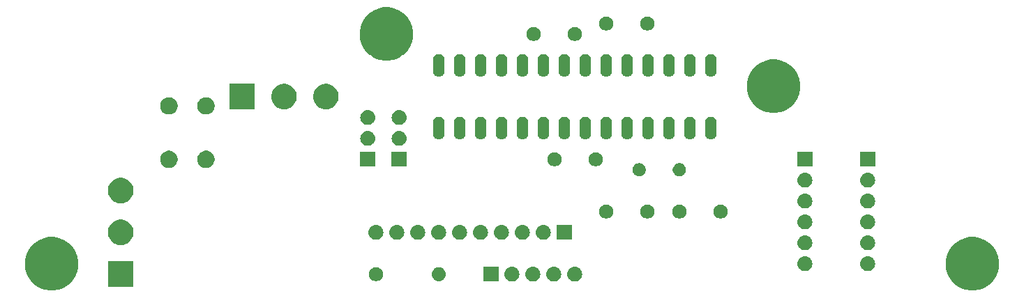
<source format=gbr>
G04 #@! TF.GenerationSoftware,KiCad,Pcbnew,(5.1.2)-1*
G04 #@! TF.CreationDate,2019-05-22T15:10:38+02:00*
G04 #@! TF.ProjectId,ADClock1,4144436c-6f63-46b3-912e-6b696361645f,rev?*
G04 #@! TF.SameCoordinates,Original*
G04 #@! TF.FileFunction,Soldermask,Top*
G04 #@! TF.FilePolarity,Negative*
%FSLAX46Y46*%
G04 Gerber Fmt 4.6, Leading zero omitted, Abs format (unit mm)*
G04 Created by KiCad (PCBNEW (5.1.2)-1) date 2019-05-22 15:10:38*
%MOMM*%
%LPD*%
G04 APERTURE LIST*
%ADD10C,0.100000*%
G04 APERTURE END LIST*
D10*
G36*
X145414239Y-55231467D02*
G01*
X145728282Y-55293934D01*
X146319926Y-55539001D01*
X146732598Y-55814740D01*
X146830267Y-55880000D01*
X146852392Y-55894784D01*
X147305216Y-56347608D01*
X147660999Y-56880074D01*
X147906066Y-57471718D01*
X147906066Y-57471719D01*
X148031000Y-58099803D01*
X148031000Y-58740197D01*
X147991809Y-58937221D01*
X147906066Y-59368282D01*
X147660999Y-59959926D01*
X147478883Y-60232481D01*
X147313480Y-60480025D01*
X147305216Y-60492392D01*
X146852392Y-60945216D01*
X146319926Y-61300999D01*
X145728282Y-61546066D01*
X145414239Y-61608533D01*
X145100197Y-61671000D01*
X144459803Y-61671000D01*
X144145761Y-61608533D01*
X143831718Y-61546066D01*
X143240074Y-61300999D01*
X142707608Y-60945216D01*
X142254784Y-60492392D01*
X142246521Y-60480025D01*
X142081117Y-60232481D01*
X141899001Y-59959926D01*
X141653934Y-59368282D01*
X141568191Y-58937221D01*
X141529000Y-58740197D01*
X141529000Y-58099803D01*
X141653934Y-57471719D01*
X141653934Y-57471718D01*
X141899001Y-56880074D01*
X142254784Y-56347608D01*
X142707608Y-55894784D01*
X142729734Y-55880000D01*
X142827402Y-55814740D01*
X143240074Y-55539001D01*
X143831718Y-55293934D01*
X144145761Y-55231467D01*
X144459803Y-55169000D01*
X145100197Y-55169000D01*
X145414239Y-55231467D01*
X145414239Y-55231467D01*
G37*
G36*
X33654239Y-55231467D02*
G01*
X33968282Y-55293934D01*
X34559926Y-55539001D01*
X34972598Y-55814740D01*
X35070267Y-55880000D01*
X35092392Y-55894784D01*
X35545216Y-56347608D01*
X35900999Y-56880074D01*
X36146066Y-57471718D01*
X36146066Y-57471719D01*
X36271000Y-58099803D01*
X36271000Y-58740197D01*
X36231809Y-58937221D01*
X36146066Y-59368282D01*
X35900999Y-59959926D01*
X35718883Y-60232481D01*
X35553480Y-60480025D01*
X35545216Y-60492392D01*
X35092392Y-60945216D01*
X34559926Y-61300999D01*
X33968282Y-61546066D01*
X33654239Y-61608533D01*
X33340197Y-61671000D01*
X32699803Y-61671000D01*
X32385761Y-61608533D01*
X32071718Y-61546066D01*
X31480074Y-61300999D01*
X30947608Y-60945216D01*
X30494784Y-60492392D01*
X30486521Y-60480025D01*
X30321117Y-60232481D01*
X30139001Y-59959926D01*
X29893934Y-59368282D01*
X29808191Y-58937221D01*
X29769000Y-58740197D01*
X29769000Y-58099803D01*
X29893934Y-57471719D01*
X29893934Y-57471718D01*
X30139001Y-56880074D01*
X30494784Y-56347608D01*
X30947608Y-55894784D01*
X30969734Y-55880000D01*
X31067402Y-55814740D01*
X31480074Y-55539001D01*
X32071718Y-55293934D01*
X32385761Y-55231467D01*
X32699803Y-55169000D01*
X33340197Y-55169000D01*
X33654239Y-55231467D01*
X33654239Y-55231467D01*
G37*
G36*
X42961000Y-61241000D02*
G01*
X39859000Y-61241000D01*
X39859000Y-58139000D01*
X42961000Y-58139000D01*
X42961000Y-61241000D01*
X42961000Y-61241000D01*
G37*
G36*
X91550442Y-58795518D02*
G01*
X91616627Y-58802037D01*
X91786466Y-58853557D01*
X91942991Y-58937222D01*
X91978729Y-58966552D01*
X92080186Y-59049814D01*
X92160369Y-59147519D01*
X92192778Y-59187009D01*
X92276443Y-59343534D01*
X92327963Y-59513373D01*
X92345359Y-59690000D01*
X92327963Y-59866627D01*
X92276443Y-60036466D01*
X92192778Y-60192991D01*
X92163448Y-60228729D01*
X92080186Y-60330186D01*
X91978729Y-60413448D01*
X91942991Y-60442778D01*
X91786466Y-60526443D01*
X91616627Y-60577963D01*
X91550443Y-60584481D01*
X91484260Y-60591000D01*
X91395740Y-60591000D01*
X91329557Y-60584481D01*
X91263373Y-60577963D01*
X91093534Y-60526443D01*
X90937009Y-60442778D01*
X90901271Y-60413448D01*
X90799814Y-60330186D01*
X90716552Y-60228729D01*
X90687222Y-60192991D01*
X90603557Y-60036466D01*
X90552037Y-59866627D01*
X90534641Y-59690000D01*
X90552037Y-59513373D01*
X90603557Y-59343534D01*
X90687222Y-59187009D01*
X90719631Y-59147519D01*
X90799814Y-59049814D01*
X90901271Y-58966552D01*
X90937009Y-58937222D01*
X91093534Y-58853557D01*
X91263373Y-58802037D01*
X91329558Y-58795518D01*
X91395740Y-58789000D01*
X91484260Y-58789000D01*
X91550442Y-58795518D01*
X91550442Y-58795518D01*
G37*
G36*
X94090442Y-58795518D02*
G01*
X94156627Y-58802037D01*
X94326466Y-58853557D01*
X94482991Y-58937222D01*
X94518729Y-58966552D01*
X94620186Y-59049814D01*
X94700369Y-59147519D01*
X94732778Y-59187009D01*
X94816443Y-59343534D01*
X94867963Y-59513373D01*
X94885359Y-59690000D01*
X94867963Y-59866627D01*
X94816443Y-60036466D01*
X94732778Y-60192991D01*
X94703448Y-60228729D01*
X94620186Y-60330186D01*
X94518729Y-60413448D01*
X94482991Y-60442778D01*
X94326466Y-60526443D01*
X94156627Y-60577963D01*
X94090443Y-60584481D01*
X94024260Y-60591000D01*
X93935740Y-60591000D01*
X93869557Y-60584481D01*
X93803373Y-60577963D01*
X93633534Y-60526443D01*
X93477009Y-60442778D01*
X93441271Y-60413448D01*
X93339814Y-60330186D01*
X93256552Y-60228729D01*
X93227222Y-60192991D01*
X93143557Y-60036466D01*
X93092037Y-59866627D01*
X93074641Y-59690000D01*
X93092037Y-59513373D01*
X93143557Y-59343534D01*
X93227222Y-59187009D01*
X93259631Y-59147519D01*
X93339814Y-59049814D01*
X93441271Y-58966552D01*
X93477009Y-58937222D01*
X93633534Y-58853557D01*
X93803373Y-58802037D01*
X93869558Y-58795518D01*
X93935740Y-58789000D01*
X94024260Y-58789000D01*
X94090442Y-58795518D01*
X94090442Y-58795518D01*
G37*
G36*
X96630442Y-58795518D02*
G01*
X96696627Y-58802037D01*
X96866466Y-58853557D01*
X97022991Y-58937222D01*
X97058729Y-58966552D01*
X97160186Y-59049814D01*
X97240369Y-59147519D01*
X97272778Y-59187009D01*
X97356443Y-59343534D01*
X97407963Y-59513373D01*
X97425359Y-59690000D01*
X97407963Y-59866627D01*
X97356443Y-60036466D01*
X97272778Y-60192991D01*
X97243448Y-60228729D01*
X97160186Y-60330186D01*
X97058729Y-60413448D01*
X97022991Y-60442778D01*
X96866466Y-60526443D01*
X96696627Y-60577963D01*
X96630443Y-60584481D01*
X96564260Y-60591000D01*
X96475740Y-60591000D01*
X96409557Y-60584481D01*
X96343373Y-60577963D01*
X96173534Y-60526443D01*
X96017009Y-60442778D01*
X95981271Y-60413448D01*
X95879814Y-60330186D01*
X95796552Y-60228729D01*
X95767222Y-60192991D01*
X95683557Y-60036466D01*
X95632037Y-59866627D01*
X95614641Y-59690000D01*
X95632037Y-59513373D01*
X95683557Y-59343534D01*
X95767222Y-59187009D01*
X95799631Y-59147519D01*
X95879814Y-59049814D01*
X95981271Y-58966552D01*
X96017009Y-58937222D01*
X96173534Y-58853557D01*
X96343373Y-58802037D01*
X96409558Y-58795518D01*
X96475740Y-58789000D01*
X96564260Y-58789000D01*
X96630442Y-58795518D01*
X96630442Y-58795518D01*
G37*
G36*
X89010442Y-58795518D02*
G01*
X89076627Y-58802037D01*
X89246466Y-58853557D01*
X89402991Y-58937222D01*
X89438729Y-58966552D01*
X89540186Y-59049814D01*
X89620369Y-59147519D01*
X89652778Y-59187009D01*
X89736443Y-59343534D01*
X89787963Y-59513373D01*
X89805359Y-59690000D01*
X89787963Y-59866627D01*
X89736443Y-60036466D01*
X89652778Y-60192991D01*
X89623448Y-60228729D01*
X89540186Y-60330186D01*
X89438729Y-60413448D01*
X89402991Y-60442778D01*
X89246466Y-60526443D01*
X89076627Y-60577963D01*
X89010443Y-60584481D01*
X88944260Y-60591000D01*
X88855740Y-60591000D01*
X88789557Y-60584481D01*
X88723373Y-60577963D01*
X88553534Y-60526443D01*
X88397009Y-60442778D01*
X88361271Y-60413448D01*
X88259814Y-60330186D01*
X88176552Y-60228729D01*
X88147222Y-60192991D01*
X88063557Y-60036466D01*
X88012037Y-59866627D01*
X87994641Y-59690000D01*
X88012037Y-59513373D01*
X88063557Y-59343534D01*
X88147222Y-59187009D01*
X88179631Y-59147519D01*
X88259814Y-59049814D01*
X88361271Y-58966552D01*
X88397009Y-58937222D01*
X88553534Y-58853557D01*
X88723373Y-58802037D01*
X88789558Y-58795518D01*
X88855740Y-58789000D01*
X88944260Y-58789000D01*
X89010442Y-58795518D01*
X89010442Y-58795518D01*
G37*
G36*
X87261000Y-60591000D02*
G01*
X85459000Y-60591000D01*
X85459000Y-58789000D01*
X87261000Y-58789000D01*
X87261000Y-60591000D01*
X87261000Y-60591000D01*
G37*
G36*
X72638228Y-58871703D02*
G01*
X72793100Y-58935853D01*
X72932481Y-59028985D01*
X73051015Y-59147519D01*
X73144147Y-59286900D01*
X73208297Y-59441772D01*
X73241000Y-59606184D01*
X73241000Y-59773816D01*
X73208297Y-59938228D01*
X73144147Y-60093100D01*
X73051015Y-60232481D01*
X72932481Y-60351015D01*
X72793100Y-60444147D01*
X72638228Y-60508297D01*
X72473816Y-60541000D01*
X72306184Y-60541000D01*
X72141772Y-60508297D01*
X71986900Y-60444147D01*
X71847519Y-60351015D01*
X71728985Y-60232481D01*
X71635853Y-60093100D01*
X71571703Y-59938228D01*
X71539000Y-59773816D01*
X71539000Y-59606184D01*
X71571703Y-59441772D01*
X71635853Y-59286900D01*
X71728985Y-59147519D01*
X71847519Y-59028985D01*
X71986900Y-58935853D01*
X72141772Y-58871703D01*
X72306184Y-58839000D01*
X72473816Y-58839000D01*
X72638228Y-58871703D01*
X72638228Y-58871703D01*
G37*
G36*
X80176823Y-58851313D02*
G01*
X80337242Y-58899976D01*
X80404361Y-58935852D01*
X80485078Y-58978996D01*
X80614659Y-59085341D01*
X80721004Y-59214922D01*
X80721005Y-59214924D01*
X80800024Y-59362758D01*
X80848687Y-59523177D01*
X80865117Y-59690000D01*
X80848687Y-59856823D01*
X80800024Y-60017242D01*
X80759477Y-60093100D01*
X80721004Y-60165078D01*
X80614659Y-60294659D01*
X80485078Y-60401004D01*
X80485076Y-60401005D01*
X80337242Y-60480024D01*
X80176823Y-60528687D01*
X80051804Y-60541000D01*
X79968196Y-60541000D01*
X79843177Y-60528687D01*
X79682758Y-60480024D01*
X79534924Y-60401005D01*
X79534922Y-60401004D01*
X79405341Y-60294659D01*
X79298996Y-60165078D01*
X79260523Y-60093100D01*
X79219976Y-60017242D01*
X79171313Y-59856823D01*
X79154883Y-59690000D01*
X79171313Y-59523177D01*
X79219976Y-59362758D01*
X79298995Y-59214924D01*
X79298996Y-59214922D01*
X79405341Y-59085341D01*
X79534922Y-58978996D01*
X79615639Y-58935852D01*
X79682758Y-58899976D01*
X79843177Y-58851313D01*
X79968196Y-58839000D01*
X80051804Y-58839000D01*
X80176823Y-58851313D01*
X80176823Y-58851313D01*
G37*
G36*
X132190443Y-57525519D02*
G01*
X132256627Y-57532037D01*
X132426466Y-57583557D01*
X132582991Y-57667222D01*
X132618729Y-57696552D01*
X132720186Y-57779814D01*
X132803448Y-57881271D01*
X132832778Y-57917009D01*
X132916443Y-58073534D01*
X132967963Y-58243373D01*
X132985359Y-58420000D01*
X132967963Y-58596627D01*
X132916443Y-58766466D01*
X132832778Y-58922991D01*
X132803448Y-58958729D01*
X132720186Y-59060186D01*
X132618729Y-59143448D01*
X132582991Y-59172778D01*
X132426466Y-59256443D01*
X132256627Y-59307963D01*
X132190442Y-59314482D01*
X132124260Y-59321000D01*
X132035740Y-59321000D01*
X131969558Y-59314482D01*
X131903373Y-59307963D01*
X131733534Y-59256443D01*
X131577009Y-59172778D01*
X131541271Y-59143448D01*
X131439814Y-59060186D01*
X131356552Y-58958729D01*
X131327222Y-58922991D01*
X131243557Y-58766466D01*
X131192037Y-58596627D01*
X131174641Y-58420000D01*
X131192037Y-58243373D01*
X131243557Y-58073534D01*
X131327222Y-57917009D01*
X131356552Y-57881271D01*
X131439814Y-57779814D01*
X131541271Y-57696552D01*
X131577009Y-57667222D01*
X131733534Y-57583557D01*
X131903373Y-57532037D01*
X131969557Y-57525519D01*
X132035740Y-57519000D01*
X132124260Y-57519000D01*
X132190443Y-57525519D01*
X132190443Y-57525519D01*
G37*
G36*
X124570443Y-57525519D02*
G01*
X124636627Y-57532037D01*
X124806466Y-57583557D01*
X124962991Y-57667222D01*
X124998729Y-57696552D01*
X125100186Y-57779814D01*
X125183448Y-57881271D01*
X125212778Y-57917009D01*
X125296443Y-58073534D01*
X125347963Y-58243373D01*
X125365359Y-58420000D01*
X125347963Y-58596627D01*
X125296443Y-58766466D01*
X125212778Y-58922991D01*
X125183448Y-58958729D01*
X125100186Y-59060186D01*
X124998729Y-59143448D01*
X124962991Y-59172778D01*
X124806466Y-59256443D01*
X124636627Y-59307963D01*
X124570442Y-59314482D01*
X124504260Y-59321000D01*
X124415740Y-59321000D01*
X124349558Y-59314482D01*
X124283373Y-59307963D01*
X124113534Y-59256443D01*
X123957009Y-59172778D01*
X123921271Y-59143448D01*
X123819814Y-59060186D01*
X123736552Y-58958729D01*
X123707222Y-58922991D01*
X123623557Y-58766466D01*
X123572037Y-58596627D01*
X123554641Y-58420000D01*
X123572037Y-58243373D01*
X123623557Y-58073534D01*
X123707222Y-57917009D01*
X123736552Y-57881271D01*
X123819814Y-57779814D01*
X123921271Y-57696552D01*
X123957009Y-57667222D01*
X124113534Y-57583557D01*
X124283373Y-57532037D01*
X124349557Y-57525519D01*
X124415740Y-57519000D01*
X124504260Y-57519000D01*
X124570443Y-57525519D01*
X124570443Y-57525519D01*
G37*
G36*
X132190443Y-54985519D02*
G01*
X132256627Y-54992037D01*
X132426466Y-55043557D01*
X132582991Y-55127222D01*
X132618729Y-55156552D01*
X132720186Y-55239814D01*
X132764600Y-55293934D01*
X132832778Y-55377009D01*
X132916443Y-55533534D01*
X132967963Y-55703373D01*
X132985359Y-55880000D01*
X132967963Y-56056627D01*
X132916443Y-56226466D01*
X132832778Y-56382991D01*
X132803448Y-56418729D01*
X132720186Y-56520186D01*
X132618729Y-56603448D01*
X132582991Y-56632778D01*
X132426466Y-56716443D01*
X132256627Y-56767963D01*
X132190443Y-56774481D01*
X132124260Y-56781000D01*
X132035740Y-56781000D01*
X131969557Y-56774481D01*
X131903373Y-56767963D01*
X131733534Y-56716443D01*
X131577009Y-56632778D01*
X131541271Y-56603448D01*
X131439814Y-56520186D01*
X131356552Y-56418729D01*
X131327222Y-56382991D01*
X131243557Y-56226466D01*
X131192037Y-56056627D01*
X131174641Y-55880000D01*
X131192037Y-55703373D01*
X131243557Y-55533534D01*
X131327222Y-55377009D01*
X131395400Y-55293934D01*
X131439814Y-55239814D01*
X131541271Y-55156552D01*
X131577009Y-55127222D01*
X131733534Y-55043557D01*
X131903373Y-54992037D01*
X131969557Y-54985519D01*
X132035740Y-54979000D01*
X132124260Y-54979000D01*
X132190443Y-54985519D01*
X132190443Y-54985519D01*
G37*
G36*
X124570443Y-54985519D02*
G01*
X124636627Y-54992037D01*
X124806466Y-55043557D01*
X124962991Y-55127222D01*
X124998729Y-55156552D01*
X125100186Y-55239814D01*
X125144600Y-55293934D01*
X125212778Y-55377009D01*
X125296443Y-55533534D01*
X125347963Y-55703373D01*
X125365359Y-55880000D01*
X125347963Y-56056627D01*
X125296443Y-56226466D01*
X125212778Y-56382991D01*
X125183448Y-56418729D01*
X125100186Y-56520186D01*
X124998729Y-56603448D01*
X124962991Y-56632778D01*
X124806466Y-56716443D01*
X124636627Y-56767963D01*
X124570443Y-56774481D01*
X124504260Y-56781000D01*
X124415740Y-56781000D01*
X124349557Y-56774481D01*
X124283373Y-56767963D01*
X124113534Y-56716443D01*
X123957009Y-56632778D01*
X123921271Y-56603448D01*
X123819814Y-56520186D01*
X123736552Y-56418729D01*
X123707222Y-56382991D01*
X123623557Y-56226466D01*
X123572037Y-56056627D01*
X123554641Y-55880000D01*
X123572037Y-55703373D01*
X123623557Y-55533534D01*
X123707222Y-55377009D01*
X123775400Y-55293934D01*
X123819814Y-55239814D01*
X123921271Y-55156552D01*
X123957009Y-55127222D01*
X124113534Y-55043557D01*
X124283373Y-54992037D01*
X124349557Y-54985519D01*
X124415740Y-54979000D01*
X124504260Y-54979000D01*
X124570443Y-54985519D01*
X124570443Y-54985519D01*
G37*
G36*
X41712585Y-53088802D02*
G01*
X41862410Y-53118604D01*
X42144674Y-53235521D01*
X42398705Y-53405259D01*
X42614741Y-53621295D01*
X42784479Y-53875326D01*
X42901396Y-54157590D01*
X42961000Y-54457240D01*
X42961000Y-54762760D01*
X42901396Y-55062410D01*
X42784479Y-55344674D01*
X42614741Y-55598705D01*
X42398705Y-55814741D01*
X42144674Y-55984479D01*
X41862410Y-56101396D01*
X41712585Y-56131198D01*
X41562761Y-56161000D01*
X41257239Y-56161000D01*
X41107415Y-56131198D01*
X40957590Y-56101396D01*
X40675326Y-55984479D01*
X40421295Y-55814741D01*
X40205259Y-55598705D01*
X40035521Y-55344674D01*
X39918604Y-55062410D01*
X39859000Y-54762760D01*
X39859000Y-54457240D01*
X39918604Y-54157590D01*
X40035521Y-53875326D01*
X40205259Y-53621295D01*
X40421295Y-53405259D01*
X40675326Y-53235521D01*
X40957590Y-53118604D01*
X41107415Y-53088802D01*
X41257239Y-53059000D01*
X41562761Y-53059000D01*
X41712585Y-53088802D01*
X41712585Y-53088802D01*
G37*
G36*
X96151000Y-55511000D02*
G01*
X94349000Y-55511000D01*
X94349000Y-53709000D01*
X96151000Y-53709000D01*
X96151000Y-55511000D01*
X96151000Y-55511000D01*
G37*
G36*
X90280442Y-53715518D02*
G01*
X90346627Y-53722037D01*
X90516466Y-53773557D01*
X90672991Y-53857222D01*
X90695053Y-53875328D01*
X90810186Y-53969814D01*
X90893448Y-54071271D01*
X90922778Y-54107009D01*
X91006443Y-54263534D01*
X91057963Y-54433373D01*
X91075359Y-54610000D01*
X91057963Y-54786627D01*
X91006443Y-54956466D01*
X90922778Y-55112991D01*
X90893448Y-55148729D01*
X90810186Y-55250186D01*
X90708729Y-55333448D01*
X90672991Y-55362778D01*
X90516466Y-55446443D01*
X90346627Y-55497963D01*
X90280442Y-55504482D01*
X90214260Y-55511000D01*
X90125740Y-55511000D01*
X90059558Y-55504482D01*
X89993373Y-55497963D01*
X89823534Y-55446443D01*
X89667009Y-55362778D01*
X89631271Y-55333448D01*
X89529814Y-55250186D01*
X89446552Y-55148729D01*
X89417222Y-55112991D01*
X89333557Y-54956466D01*
X89282037Y-54786627D01*
X89264641Y-54610000D01*
X89282037Y-54433373D01*
X89333557Y-54263534D01*
X89417222Y-54107009D01*
X89446552Y-54071271D01*
X89529814Y-53969814D01*
X89644947Y-53875328D01*
X89667009Y-53857222D01*
X89823534Y-53773557D01*
X89993373Y-53722037D01*
X90059558Y-53715518D01*
X90125740Y-53709000D01*
X90214260Y-53709000D01*
X90280442Y-53715518D01*
X90280442Y-53715518D01*
G37*
G36*
X72500442Y-53715518D02*
G01*
X72566627Y-53722037D01*
X72736466Y-53773557D01*
X72892991Y-53857222D01*
X72915053Y-53875328D01*
X73030186Y-53969814D01*
X73113448Y-54071271D01*
X73142778Y-54107009D01*
X73226443Y-54263534D01*
X73277963Y-54433373D01*
X73295359Y-54610000D01*
X73277963Y-54786627D01*
X73226443Y-54956466D01*
X73142778Y-55112991D01*
X73113448Y-55148729D01*
X73030186Y-55250186D01*
X72928729Y-55333448D01*
X72892991Y-55362778D01*
X72736466Y-55446443D01*
X72566627Y-55497963D01*
X72500442Y-55504482D01*
X72434260Y-55511000D01*
X72345740Y-55511000D01*
X72279558Y-55504482D01*
X72213373Y-55497963D01*
X72043534Y-55446443D01*
X71887009Y-55362778D01*
X71851271Y-55333448D01*
X71749814Y-55250186D01*
X71666552Y-55148729D01*
X71637222Y-55112991D01*
X71553557Y-54956466D01*
X71502037Y-54786627D01*
X71484641Y-54610000D01*
X71502037Y-54433373D01*
X71553557Y-54263534D01*
X71637222Y-54107009D01*
X71666552Y-54071271D01*
X71749814Y-53969814D01*
X71864947Y-53875328D01*
X71887009Y-53857222D01*
X72043534Y-53773557D01*
X72213373Y-53722037D01*
X72279558Y-53715518D01*
X72345740Y-53709000D01*
X72434260Y-53709000D01*
X72500442Y-53715518D01*
X72500442Y-53715518D01*
G37*
G36*
X75040442Y-53715518D02*
G01*
X75106627Y-53722037D01*
X75276466Y-53773557D01*
X75432991Y-53857222D01*
X75455053Y-53875328D01*
X75570186Y-53969814D01*
X75653448Y-54071271D01*
X75682778Y-54107009D01*
X75766443Y-54263534D01*
X75817963Y-54433373D01*
X75835359Y-54610000D01*
X75817963Y-54786627D01*
X75766443Y-54956466D01*
X75682778Y-55112991D01*
X75653448Y-55148729D01*
X75570186Y-55250186D01*
X75468729Y-55333448D01*
X75432991Y-55362778D01*
X75276466Y-55446443D01*
X75106627Y-55497963D01*
X75040442Y-55504482D01*
X74974260Y-55511000D01*
X74885740Y-55511000D01*
X74819558Y-55504482D01*
X74753373Y-55497963D01*
X74583534Y-55446443D01*
X74427009Y-55362778D01*
X74391271Y-55333448D01*
X74289814Y-55250186D01*
X74206552Y-55148729D01*
X74177222Y-55112991D01*
X74093557Y-54956466D01*
X74042037Y-54786627D01*
X74024641Y-54610000D01*
X74042037Y-54433373D01*
X74093557Y-54263534D01*
X74177222Y-54107009D01*
X74206552Y-54071271D01*
X74289814Y-53969814D01*
X74404947Y-53875328D01*
X74427009Y-53857222D01*
X74583534Y-53773557D01*
X74753373Y-53722037D01*
X74819558Y-53715518D01*
X74885740Y-53709000D01*
X74974260Y-53709000D01*
X75040442Y-53715518D01*
X75040442Y-53715518D01*
G37*
G36*
X77580442Y-53715518D02*
G01*
X77646627Y-53722037D01*
X77816466Y-53773557D01*
X77972991Y-53857222D01*
X77995053Y-53875328D01*
X78110186Y-53969814D01*
X78193448Y-54071271D01*
X78222778Y-54107009D01*
X78306443Y-54263534D01*
X78357963Y-54433373D01*
X78375359Y-54610000D01*
X78357963Y-54786627D01*
X78306443Y-54956466D01*
X78222778Y-55112991D01*
X78193448Y-55148729D01*
X78110186Y-55250186D01*
X78008729Y-55333448D01*
X77972991Y-55362778D01*
X77816466Y-55446443D01*
X77646627Y-55497963D01*
X77580442Y-55504482D01*
X77514260Y-55511000D01*
X77425740Y-55511000D01*
X77359558Y-55504482D01*
X77293373Y-55497963D01*
X77123534Y-55446443D01*
X76967009Y-55362778D01*
X76931271Y-55333448D01*
X76829814Y-55250186D01*
X76746552Y-55148729D01*
X76717222Y-55112991D01*
X76633557Y-54956466D01*
X76582037Y-54786627D01*
X76564641Y-54610000D01*
X76582037Y-54433373D01*
X76633557Y-54263534D01*
X76717222Y-54107009D01*
X76746552Y-54071271D01*
X76829814Y-53969814D01*
X76944947Y-53875328D01*
X76967009Y-53857222D01*
X77123534Y-53773557D01*
X77293373Y-53722037D01*
X77359558Y-53715518D01*
X77425740Y-53709000D01*
X77514260Y-53709000D01*
X77580442Y-53715518D01*
X77580442Y-53715518D01*
G37*
G36*
X82660442Y-53715518D02*
G01*
X82726627Y-53722037D01*
X82896466Y-53773557D01*
X83052991Y-53857222D01*
X83075053Y-53875328D01*
X83190186Y-53969814D01*
X83273448Y-54071271D01*
X83302778Y-54107009D01*
X83386443Y-54263534D01*
X83437963Y-54433373D01*
X83455359Y-54610000D01*
X83437963Y-54786627D01*
X83386443Y-54956466D01*
X83302778Y-55112991D01*
X83273448Y-55148729D01*
X83190186Y-55250186D01*
X83088729Y-55333448D01*
X83052991Y-55362778D01*
X82896466Y-55446443D01*
X82726627Y-55497963D01*
X82660442Y-55504482D01*
X82594260Y-55511000D01*
X82505740Y-55511000D01*
X82439558Y-55504482D01*
X82373373Y-55497963D01*
X82203534Y-55446443D01*
X82047009Y-55362778D01*
X82011271Y-55333448D01*
X81909814Y-55250186D01*
X81826552Y-55148729D01*
X81797222Y-55112991D01*
X81713557Y-54956466D01*
X81662037Y-54786627D01*
X81644641Y-54610000D01*
X81662037Y-54433373D01*
X81713557Y-54263534D01*
X81797222Y-54107009D01*
X81826552Y-54071271D01*
X81909814Y-53969814D01*
X82024947Y-53875328D01*
X82047009Y-53857222D01*
X82203534Y-53773557D01*
X82373373Y-53722037D01*
X82439558Y-53715518D01*
X82505740Y-53709000D01*
X82594260Y-53709000D01*
X82660442Y-53715518D01*
X82660442Y-53715518D01*
G37*
G36*
X85200442Y-53715518D02*
G01*
X85266627Y-53722037D01*
X85436466Y-53773557D01*
X85592991Y-53857222D01*
X85615053Y-53875328D01*
X85730186Y-53969814D01*
X85813448Y-54071271D01*
X85842778Y-54107009D01*
X85926443Y-54263534D01*
X85977963Y-54433373D01*
X85995359Y-54610000D01*
X85977963Y-54786627D01*
X85926443Y-54956466D01*
X85842778Y-55112991D01*
X85813448Y-55148729D01*
X85730186Y-55250186D01*
X85628729Y-55333448D01*
X85592991Y-55362778D01*
X85436466Y-55446443D01*
X85266627Y-55497963D01*
X85200442Y-55504482D01*
X85134260Y-55511000D01*
X85045740Y-55511000D01*
X84979558Y-55504482D01*
X84913373Y-55497963D01*
X84743534Y-55446443D01*
X84587009Y-55362778D01*
X84551271Y-55333448D01*
X84449814Y-55250186D01*
X84366552Y-55148729D01*
X84337222Y-55112991D01*
X84253557Y-54956466D01*
X84202037Y-54786627D01*
X84184641Y-54610000D01*
X84202037Y-54433373D01*
X84253557Y-54263534D01*
X84337222Y-54107009D01*
X84366552Y-54071271D01*
X84449814Y-53969814D01*
X84564947Y-53875328D01*
X84587009Y-53857222D01*
X84743534Y-53773557D01*
X84913373Y-53722037D01*
X84979558Y-53715518D01*
X85045740Y-53709000D01*
X85134260Y-53709000D01*
X85200442Y-53715518D01*
X85200442Y-53715518D01*
G37*
G36*
X87740442Y-53715518D02*
G01*
X87806627Y-53722037D01*
X87976466Y-53773557D01*
X88132991Y-53857222D01*
X88155053Y-53875328D01*
X88270186Y-53969814D01*
X88353448Y-54071271D01*
X88382778Y-54107009D01*
X88466443Y-54263534D01*
X88517963Y-54433373D01*
X88535359Y-54610000D01*
X88517963Y-54786627D01*
X88466443Y-54956466D01*
X88382778Y-55112991D01*
X88353448Y-55148729D01*
X88270186Y-55250186D01*
X88168729Y-55333448D01*
X88132991Y-55362778D01*
X87976466Y-55446443D01*
X87806627Y-55497963D01*
X87740442Y-55504482D01*
X87674260Y-55511000D01*
X87585740Y-55511000D01*
X87519558Y-55504482D01*
X87453373Y-55497963D01*
X87283534Y-55446443D01*
X87127009Y-55362778D01*
X87091271Y-55333448D01*
X86989814Y-55250186D01*
X86906552Y-55148729D01*
X86877222Y-55112991D01*
X86793557Y-54956466D01*
X86742037Y-54786627D01*
X86724641Y-54610000D01*
X86742037Y-54433373D01*
X86793557Y-54263534D01*
X86877222Y-54107009D01*
X86906552Y-54071271D01*
X86989814Y-53969814D01*
X87104947Y-53875328D01*
X87127009Y-53857222D01*
X87283534Y-53773557D01*
X87453373Y-53722037D01*
X87519558Y-53715518D01*
X87585740Y-53709000D01*
X87674260Y-53709000D01*
X87740442Y-53715518D01*
X87740442Y-53715518D01*
G37*
G36*
X92820442Y-53715518D02*
G01*
X92886627Y-53722037D01*
X93056466Y-53773557D01*
X93212991Y-53857222D01*
X93235053Y-53875328D01*
X93350186Y-53969814D01*
X93433448Y-54071271D01*
X93462778Y-54107009D01*
X93546443Y-54263534D01*
X93597963Y-54433373D01*
X93615359Y-54610000D01*
X93597963Y-54786627D01*
X93546443Y-54956466D01*
X93462778Y-55112991D01*
X93433448Y-55148729D01*
X93350186Y-55250186D01*
X93248729Y-55333448D01*
X93212991Y-55362778D01*
X93056466Y-55446443D01*
X92886627Y-55497963D01*
X92820442Y-55504482D01*
X92754260Y-55511000D01*
X92665740Y-55511000D01*
X92599558Y-55504482D01*
X92533373Y-55497963D01*
X92363534Y-55446443D01*
X92207009Y-55362778D01*
X92171271Y-55333448D01*
X92069814Y-55250186D01*
X91986552Y-55148729D01*
X91957222Y-55112991D01*
X91873557Y-54956466D01*
X91822037Y-54786627D01*
X91804641Y-54610000D01*
X91822037Y-54433373D01*
X91873557Y-54263534D01*
X91957222Y-54107009D01*
X91986552Y-54071271D01*
X92069814Y-53969814D01*
X92184947Y-53875328D01*
X92207009Y-53857222D01*
X92363534Y-53773557D01*
X92533373Y-53722037D01*
X92599558Y-53715518D01*
X92665740Y-53709000D01*
X92754260Y-53709000D01*
X92820442Y-53715518D01*
X92820442Y-53715518D01*
G37*
G36*
X80120442Y-53715518D02*
G01*
X80186627Y-53722037D01*
X80356466Y-53773557D01*
X80512991Y-53857222D01*
X80535053Y-53875328D01*
X80650186Y-53969814D01*
X80733448Y-54071271D01*
X80762778Y-54107009D01*
X80846443Y-54263534D01*
X80897963Y-54433373D01*
X80915359Y-54610000D01*
X80897963Y-54786627D01*
X80846443Y-54956466D01*
X80762778Y-55112991D01*
X80733448Y-55148729D01*
X80650186Y-55250186D01*
X80548729Y-55333448D01*
X80512991Y-55362778D01*
X80356466Y-55446443D01*
X80186627Y-55497963D01*
X80120442Y-55504482D01*
X80054260Y-55511000D01*
X79965740Y-55511000D01*
X79899558Y-55504482D01*
X79833373Y-55497963D01*
X79663534Y-55446443D01*
X79507009Y-55362778D01*
X79471271Y-55333448D01*
X79369814Y-55250186D01*
X79286552Y-55148729D01*
X79257222Y-55112991D01*
X79173557Y-54956466D01*
X79122037Y-54786627D01*
X79104641Y-54610000D01*
X79122037Y-54433373D01*
X79173557Y-54263534D01*
X79257222Y-54107009D01*
X79286552Y-54071271D01*
X79369814Y-53969814D01*
X79484947Y-53875328D01*
X79507009Y-53857222D01*
X79663534Y-53773557D01*
X79833373Y-53722037D01*
X79899558Y-53715518D01*
X79965740Y-53709000D01*
X80054260Y-53709000D01*
X80120442Y-53715518D01*
X80120442Y-53715518D01*
G37*
G36*
X124570443Y-52445519D02*
G01*
X124636627Y-52452037D01*
X124806466Y-52503557D01*
X124962991Y-52587222D01*
X124993768Y-52612480D01*
X125100186Y-52699814D01*
X125183448Y-52801271D01*
X125212778Y-52837009D01*
X125296443Y-52993534D01*
X125347963Y-53163373D01*
X125365359Y-53340000D01*
X125347963Y-53516627D01*
X125296443Y-53686466D01*
X125212778Y-53842991D01*
X125183448Y-53878729D01*
X125100186Y-53980186D01*
X124998729Y-54063448D01*
X124962991Y-54092778D01*
X124806466Y-54176443D01*
X124636627Y-54227963D01*
X124570442Y-54234482D01*
X124504260Y-54241000D01*
X124415740Y-54241000D01*
X124349558Y-54234482D01*
X124283373Y-54227963D01*
X124113534Y-54176443D01*
X123957009Y-54092778D01*
X123921271Y-54063448D01*
X123819814Y-53980186D01*
X123736552Y-53878729D01*
X123707222Y-53842991D01*
X123623557Y-53686466D01*
X123572037Y-53516627D01*
X123554641Y-53340000D01*
X123572037Y-53163373D01*
X123623557Y-52993534D01*
X123707222Y-52837009D01*
X123736552Y-52801271D01*
X123819814Y-52699814D01*
X123926232Y-52612480D01*
X123957009Y-52587222D01*
X124113534Y-52503557D01*
X124283373Y-52452037D01*
X124349558Y-52445518D01*
X124415740Y-52439000D01*
X124504260Y-52439000D01*
X124570443Y-52445519D01*
X124570443Y-52445519D01*
G37*
G36*
X132190443Y-52445519D02*
G01*
X132256627Y-52452037D01*
X132426466Y-52503557D01*
X132582991Y-52587222D01*
X132613768Y-52612480D01*
X132720186Y-52699814D01*
X132803448Y-52801271D01*
X132832778Y-52837009D01*
X132916443Y-52993534D01*
X132967963Y-53163373D01*
X132985359Y-53340000D01*
X132967963Y-53516627D01*
X132916443Y-53686466D01*
X132832778Y-53842991D01*
X132803448Y-53878729D01*
X132720186Y-53980186D01*
X132618729Y-54063448D01*
X132582991Y-54092778D01*
X132426466Y-54176443D01*
X132256627Y-54227963D01*
X132190442Y-54234482D01*
X132124260Y-54241000D01*
X132035740Y-54241000D01*
X131969558Y-54234482D01*
X131903373Y-54227963D01*
X131733534Y-54176443D01*
X131577009Y-54092778D01*
X131541271Y-54063448D01*
X131439814Y-53980186D01*
X131356552Y-53878729D01*
X131327222Y-53842991D01*
X131243557Y-53686466D01*
X131192037Y-53516627D01*
X131174641Y-53340000D01*
X131192037Y-53163373D01*
X131243557Y-52993534D01*
X131327222Y-52837009D01*
X131356552Y-52801271D01*
X131439814Y-52699814D01*
X131546232Y-52612480D01*
X131577009Y-52587222D01*
X131733534Y-52503557D01*
X131903373Y-52452037D01*
X131969558Y-52445518D01*
X132035740Y-52439000D01*
X132124260Y-52439000D01*
X132190443Y-52445519D01*
X132190443Y-52445519D01*
G37*
G36*
X114468228Y-51251703D02*
G01*
X114623100Y-51315853D01*
X114762481Y-51408985D01*
X114881015Y-51527519D01*
X114974147Y-51666900D01*
X115038297Y-51821772D01*
X115071000Y-51986184D01*
X115071000Y-52153816D01*
X115038297Y-52318228D01*
X114974147Y-52473100D01*
X114881015Y-52612481D01*
X114762481Y-52731015D01*
X114623100Y-52824147D01*
X114468228Y-52888297D01*
X114303816Y-52921000D01*
X114136184Y-52921000D01*
X113971772Y-52888297D01*
X113816900Y-52824147D01*
X113677519Y-52731015D01*
X113558985Y-52612481D01*
X113465853Y-52473100D01*
X113401703Y-52318228D01*
X113369000Y-52153816D01*
X113369000Y-51986184D01*
X113401703Y-51821772D01*
X113465853Y-51666900D01*
X113558985Y-51527519D01*
X113677519Y-51408985D01*
X113816900Y-51315853D01*
X113971772Y-51251703D01*
X114136184Y-51219000D01*
X114303816Y-51219000D01*
X114468228Y-51251703D01*
X114468228Y-51251703D01*
G37*
G36*
X109468228Y-51251703D02*
G01*
X109623100Y-51315853D01*
X109762481Y-51408985D01*
X109881015Y-51527519D01*
X109974147Y-51666900D01*
X110038297Y-51821772D01*
X110071000Y-51986184D01*
X110071000Y-52153816D01*
X110038297Y-52318228D01*
X109974147Y-52473100D01*
X109881015Y-52612481D01*
X109762481Y-52731015D01*
X109623100Y-52824147D01*
X109468228Y-52888297D01*
X109303816Y-52921000D01*
X109136184Y-52921000D01*
X108971772Y-52888297D01*
X108816900Y-52824147D01*
X108677519Y-52731015D01*
X108558985Y-52612481D01*
X108465853Y-52473100D01*
X108401703Y-52318228D01*
X108369000Y-52153816D01*
X108369000Y-51986184D01*
X108401703Y-51821772D01*
X108465853Y-51666900D01*
X108558985Y-51527519D01*
X108677519Y-51408985D01*
X108816900Y-51315853D01*
X108971772Y-51251703D01*
X109136184Y-51219000D01*
X109303816Y-51219000D01*
X109468228Y-51251703D01*
X109468228Y-51251703D01*
G37*
G36*
X105578228Y-51251703D02*
G01*
X105733100Y-51315853D01*
X105872481Y-51408985D01*
X105991015Y-51527519D01*
X106084147Y-51666900D01*
X106148297Y-51821772D01*
X106181000Y-51986184D01*
X106181000Y-52153816D01*
X106148297Y-52318228D01*
X106084147Y-52473100D01*
X105991015Y-52612481D01*
X105872481Y-52731015D01*
X105733100Y-52824147D01*
X105578228Y-52888297D01*
X105413816Y-52921000D01*
X105246184Y-52921000D01*
X105081772Y-52888297D01*
X104926900Y-52824147D01*
X104787519Y-52731015D01*
X104668985Y-52612481D01*
X104575853Y-52473100D01*
X104511703Y-52318228D01*
X104479000Y-52153816D01*
X104479000Y-51986184D01*
X104511703Y-51821772D01*
X104575853Y-51666900D01*
X104668985Y-51527519D01*
X104787519Y-51408985D01*
X104926900Y-51315853D01*
X105081772Y-51251703D01*
X105246184Y-51219000D01*
X105413816Y-51219000D01*
X105578228Y-51251703D01*
X105578228Y-51251703D01*
G37*
G36*
X100578228Y-51251703D02*
G01*
X100733100Y-51315853D01*
X100872481Y-51408985D01*
X100991015Y-51527519D01*
X101084147Y-51666900D01*
X101148297Y-51821772D01*
X101181000Y-51986184D01*
X101181000Y-52153816D01*
X101148297Y-52318228D01*
X101084147Y-52473100D01*
X100991015Y-52612481D01*
X100872481Y-52731015D01*
X100733100Y-52824147D01*
X100578228Y-52888297D01*
X100413816Y-52921000D01*
X100246184Y-52921000D01*
X100081772Y-52888297D01*
X99926900Y-52824147D01*
X99787519Y-52731015D01*
X99668985Y-52612481D01*
X99575853Y-52473100D01*
X99511703Y-52318228D01*
X99479000Y-52153816D01*
X99479000Y-51986184D01*
X99511703Y-51821772D01*
X99575853Y-51666900D01*
X99668985Y-51527519D01*
X99787519Y-51408985D01*
X99926900Y-51315853D01*
X100081772Y-51251703D01*
X100246184Y-51219000D01*
X100413816Y-51219000D01*
X100578228Y-51251703D01*
X100578228Y-51251703D01*
G37*
G36*
X124570442Y-49905518D02*
G01*
X124636627Y-49912037D01*
X124806466Y-49963557D01*
X124962991Y-50047222D01*
X124998729Y-50076552D01*
X125100186Y-50159814D01*
X125183448Y-50261271D01*
X125212778Y-50297009D01*
X125296443Y-50453534D01*
X125347963Y-50623373D01*
X125365359Y-50800000D01*
X125347963Y-50976627D01*
X125296443Y-51146466D01*
X125212778Y-51302991D01*
X125202223Y-51315852D01*
X125100186Y-51440186D01*
X124998729Y-51523448D01*
X124962991Y-51552778D01*
X124806466Y-51636443D01*
X124636627Y-51687963D01*
X124570442Y-51694482D01*
X124504260Y-51701000D01*
X124415740Y-51701000D01*
X124349558Y-51694482D01*
X124283373Y-51687963D01*
X124113534Y-51636443D01*
X123957009Y-51552778D01*
X123921271Y-51523448D01*
X123819814Y-51440186D01*
X123717777Y-51315852D01*
X123707222Y-51302991D01*
X123623557Y-51146466D01*
X123572037Y-50976627D01*
X123554641Y-50800000D01*
X123572037Y-50623373D01*
X123623557Y-50453534D01*
X123707222Y-50297009D01*
X123736552Y-50261271D01*
X123819814Y-50159814D01*
X123921271Y-50076552D01*
X123957009Y-50047222D01*
X124113534Y-49963557D01*
X124283373Y-49912037D01*
X124349557Y-49905519D01*
X124415740Y-49899000D01*
X124504260Y-49899000D01*
X124570442Y-49905518D01*
X124570442Y-49905518D01*
G37*
G36*
X132190442Y-49905518D02*
G01*
X132256627Y-49912037D01*
X132426466Y-49963557D01*
X132582991Y-50047222D01*
X132618729Y-50076552D01*
X132720186Y-50159814D01*
X132803448Y-50261271D01*
X132832778Y-50297009D01*
X132916443Y-50453534D01*
X132967963Y-50623373D01*
X132985359Y-50800000D01*
X132967963Y-50976627D01*
X132916443Y-51146466D01*
X132832778Y-51302991D01*
X132822223Y-51315852D01*
X132720186Y-51440186D01*
X132618729Y-51523448D01*
X132582991Y-51552778D01*
X132426466Y-51636443D01*
X132256627Y-51687963D01*
X132190442Y-51694482D01*
X132124260Y-51701000D01*
X132035740Y-51701000D01*
X131969558Y-51694482D01*
X131903373Y-51687963D01*
X131733534Y-51636443D01*
X131577009Y-51552778D01*
X131541271Y-51523448D01*
X131439814Y-51440186D01*
X131337777Y-51315852D01*
X131327222Y-51302991D01*
X131243557Y-51146466D01*
X131192037Y-50976627D01*
X131174641Y-50800000D01*
X131192037Y-50623373D01*
X131243557Y-50453534D01*
X131327222Y-50297009D01*
X131356552Y-50261271D01*
X131439814Y-50159814D01*
X131541271Y-50076552D01*
X131577009Y-50047222D01*
X131733534Y-49963557D01*
X131903373Y-49912037D01*
X131969557Y-49905519D01*
X132035740Y-49899000D01*
X132124260Y-49899000D01*
X132190442Y-49905518D01*
X132190442Y-49905518D01*
G37*
G36*
X41712585Y-48008802D02*
G01*
X41862410Y-48038604D01*
X42144674Y-48155521D01*
X42398705Y-48325259D01*
X42614741Y-48541295D01*
X42784479Y-48795326D01*
X42901396Y-49077590D01*
X42961000Y-49377240D01*
X42961000Y-49682760D01*
X42901396Y-49982410D01*
X42784479Y-50264674D01*
X42614741Y-50518705D01*
X42398705Y-50734741D01*
X42144674Y-50904479D01*
X41862410Y-51021396D01*
X41712585Y-51051198D01*
X41562761Y-51081000D01*
X41257239Y-51081000D01*
X41107415Y-51051198D01*
X40957590Y-51021396D01*
X40675326Y-50904479D01*
X40421295Y-50734741D01*
X40205259Y-50518705D01*
X40035521Y-50264674D01*
X39918604Y-49982410D01*
X39859000Y-49682760D01*
X39859000Y-49377240D01*
X39918604Y-49077590D01*
X40035521Y-48795326D01*
X40205259Y-48541295D01*
X40421295Y-48325259D01*
X40675326Y-48155521D01*
X40957590Y-48038604D01*
X41107415Y-48008802D01*
X41257239Y-47979000D01*
X41562761Y-47979000D01*
X41712585Y-48008802D01*
X41712585Y-48008802D01*
G37*
G36*
X132190443Y-47365519D02*
G01*
X132256627Y-47372037D01*
X132426466Y-47423557D01*
X132582991Y-47507222D01*
X132618729Y-47536552D01*
X132720186Y-47619814D01*
X132785858Y-47699837D01*
X132832778Y-47757009D01*
X132916443Y-47913534D01*
X132967963Y-48083373D01*
X132985359Y-48260000D01*
X132967963Y-48436627D01*
X132916443Y-48606466D01*
X132832778Y-48762991D01*
X132803448Y-48798729D01*
X132720186Y-48900186D01*
X132618729Y-48983448D01*
X132582991Y-49012778D01*
X132426466Y-49096443D01*
X132256627Y-49147963D01*
X132190443Y-49154481D01*
X132124260Y-49161000D01*
X132035740Y-49161000D01*
X131969557Y-49154481D01*
X131903373Y-49147963D01*
X131733534Y-49096443D01*
X131577009Y-49012778D01*
X131541271Y-48983448D01*
X131439814Y-48900186D01*
X131356552Y-48798729D01*
X131327222Y-48762991D01*
X131243557Y-48606466D01*
X131192037Y-48436627D01*
X131174641Y-48260000D01*
X131192037Y-48083373D01*
X131243557Y-47913534D01*
X131327222Y-47757009D01*
X131374142Y-47699837D01*
X131439814Y-47619814D01*
X131541271Y-47536552D01*
X131577009Y-47507222D01*
X131733534Y-47423557D01*
X131903373Y-47372037D01*
X131969557Y-47365519D01*
X132035740Y-47359000D01*
X132124260Y-47359000D01*
X132190443Y-47365519D01*
X132190443Y-47365519D01*
G37*
G36*
X124570443Y-47365519D02*
G01*
X124636627Y-47372037D01*
X124806466Y-47423557D01*
X124962991Y-47507222D01*
X124998729Y-47536552D01*
X125100186Y-47619814D01*
X125165858Y-47699837D01*
X125212778Y-47757009D01*
X125296443Y-47913534D01*
X125347963Y-48083373D01*
X125365359Y-48260000D01*
X125347963Y-48436627D01*
X125296443Y-48606466D01*
X125212778Y-48762991D01*
X125183448Y-48798729D01*
X125100186Y-48900186D01*
X124998729Y-48983448D01*
X124962991Y-49012778D01*
X124806466Y-49096443D01*
X124636627Y-49147963D01*
X124570443Y-49154481D01*
X124504260Y-49161000D01*
X124415740Y-49161000D01*
X124349557Y-49154481D01*
X124283373Y-49147963D01*
X124113534Y-49096443D01*
X123957009Y-49012778D01*
X123921271Y-48983448D01*
X123819814Y-48900186D01*
X123736552Y-48798729D01*
X123707222Y-48762991D01*
X123623557Y-48606466D01*
X123572037Y-48436627D01*
X123554641Y-48260000D01*
X123572037Y-48083373D01*
X123623557Y-47913534D01*
X123707222Y-47757009D01*
X123754142Y-47699837D01*
X123819814Y-47619814D01*
X123921271Y-47536552D01*
X123957009Y-47507222D01*
X124113534Y-47423557D01*
X124283373Y-47372037D01*
X124349557Y-47365519D01*
X124415740Y-47359000D01*
X124504260Y-47359000D01*
X124570443Y-47365519D01*
X124570443Y-47365519D01*
G37*
G36*
X104573642Y-46219781D02*
G01*
X104676728Y-46262481D01*
X104719416Y-46280163D01*
X104850608Y-46367822D01*
X104962178Y-46479392D01*
X105023388Y-46571000D01*
X105049838Y-46610586D01*
X105110219Y-46756358D01*
X105141000Y-46911107D01*
X105141000Y-47068893D01*
X105110219Y-47223642D01*
X105049838Y-47369414D01*
X105049837Y-47369416D01*
X104962178Y-47500608D01*
X104850608Y-47612178D01*
X104719416Y-47699837D01*
X104719415Y-47699838D01*
X104719414Y-47699838D01*
X104573642Y-47760219D01*
X104418893Y-47791000D01*
X104261107Y-47791000D01*
X104106358Y-47760219D01*
X103960586Y-47699838D01*
X103960585Y-47699838D01*
X103960584Y-47699837D01*
X103829392Y-47612178D01*
X103717822Y-47500608D01*
X103630163Y-47369416D01*
X103630162Y-47369414D01*
X103569781Y-47223642D01*
X103539000Y-47068893D01*
X103539000Y-46911107D01*
X103569781Y-46756358D01*
X103630162Y-46610586D01*
X103656612Y-46571000D01*
X103717822Y-46479392D01*
X103829392Y-46367822D01*
X103960584Y-46280163D01*
X104003272Y-46262481D01*
X104106358Y-46219781D01*
X104261107Y-46189000D01*
X104418893Y-46189000D01*
X104573642Y-46219781D01*
X104573642Y-46219781D01*
G37*
G36*
X109453642Y-46219781D02*
G01*
X109556728Y-46262481D01*
X109599416Y-46280163D01*
X109730608Y-46367822D01*
X109842178Y-46479392D01*
X109903388Y-46571000D01*
X109929838Y-46610586D01*
X109990219Y-46756358D01*
X110021000Y-46911107D01*
X110021000Y-47068893D01*
X109990219Y-47223642D01*
X109929838Y-47369414D01*
X109929837Y-47369416D01*
X109842178Y-47500608D01*
X109730608Y-47612178D01*
X109599416Y-47699837D01*
X109599415Y-47699838D01*
X109599414Y-47699838D01*
X109453642Y-47760219D01*
X109298893Y-47791000D01*
X109141107Y-47791000D01*
X108986358Y-47760219D01*
X108840586Y-47699838D01*
X108840585Y-47699838D01*
X108840584Y-47699837D01*
X108709392Y-47612178D01*
X108597822Y-47500608D01*
X108510163Y-47369416D01*
X108510162Y-47369414D01*
X108449781Y-47223642D01*
X108419000Y-47068893D01*
X108419000Y-46911107D01*
X108449781Y-46756358D01*
X108510162Y-46610586D01*
X108536612Y-46571000D01*
X108597822Y-46479392D01*
X108709392Y-46367822D01*
X108840584Y-46280163D01*
X108883272Y-46262481D01*
X108986358Y-46219781D01*
X109141107Y-46189000D01*
X109298893Y-46189000D01*
X109453642Y-46219781D01*
X109453642Y-46219781D01*
G37*
G36*
X47566564Y-44709389D02*
G01*
X47757833Y-44788615D01*
X47757835Y-44788616D01*
X47878138Y-44869000D01*
X47929973Y-44903635D01*
X48076365Y-45050027D01*
X48191385Y-45222167D01*
X48270611Y-45413436D01*
X48311000Y-45616484D01*
X48311000Y-45823516D01*
X48270611Y-46026564D01*
X48203328Y-46189000D01*
X48191384Y-46217835D01*
X48076365Y-46389973D01*
X47929973Y-46536365D01*
X47757835Y-46651384D01*
X47757834Y-46651385D01*
X47757833Y-46651385D01*
X47566564Y-46730611D01*
X47363516Y-46771000D01*
X47156484Y-46771000D01*
X46953436Y-46730611D01*
X46762167Y-46651385D01*
X46762166Y-46651385D01*
X46762165Y-46651384D01*
X46590027Y-46536365D01*
X46443635Y-46389973D01*
X46328616Y-46217835D01*
X46316672Y-46189000D01*
X46249389Y-46026564D01*
X46209000Y-45823516D01*
X46209000Y-45616484D01*
X46249389Y-45413436D01*
X46328615Y-45222167D01*
X46443635Y-45050027D01*
X46590027Y-44903635D01*
X46641862Y-44869000D01*
X46762165Y-44788616D01*
X46762167Y-44788615D01*
X46953436Y-44709389D01*
X47156484Y-44669000D01*
X47363516Y-44669000D01*
X47566564Y-44709389D01*
X47566564Y-44709389D01*
G37*
G36*
X52066564Y-44709389D02*
G01*
X52257833Y-44788615D01*
X52257835Y-44788616D01*
X52378138Y-44869000D01*
X52429973Y-44903635D01*
X52576365Y-45050027D01*
X52691385Y-45222167D01*
X52770611Y-45413436D01*
X52811000Y-45616484D01*
X52811000Y-45823516D01*
X52770611Y-46026564D01*
X52703328Y-46189000D01*
X52691384Y-46217835D01*
X52576365Y-46389973D01*
X52429973Y-46536365D01*
X52257835Y-46651384D01*
X52257834Y-46651385D01*
X52257833Y-46651385D01*
X52066564Y-46730611D01*
X51863516Y-46771000D01*
X51656484Y-46771000D01*
X51453436Y-46730611D01*
X51262167Y-46651385D01*
X51262166Y-46651385D01*
X51262165Y-46651384D01*
X51090027Y-46536365D01*
X50943635Y-46389973D01*
X50828616Y-46217835D01*
X50816672Y-46189000D01*
X50749389Y-46026564D01*
X50709000Y-45823516D01*
X50709000Y-45616484D01*
X50749389Y-45413436D01*
X50828615Y-45222167D01*
X50943635Y-45050027D01*
X51090027Y-44903635D01*
X51141862Y-44869000D01*
X51262165Y-44788616D01*
X51262167Y-44788615D01*
X51453436Y-44709389D01*
X51656484Y-44669000D01*
X51863516Y-44669000D01*
X52066564Y-44709389D01*
X52066564Y-44709389D01*
G37*
G36*
X132981000Y-46621000D02*
G01*
X131179000Y-46621000D01*
X131179000Y-44819000D01*
X132981000Y-44819000D01*
X132981000Y-46621000D01*
X132981000Y-46621000D01*
G37*
G36*
X76101000Y-46621000D02*
G01*
X74299000Y-46621000D01*
X74299000Y-44819000D01*
X76101000Y-44819000D01*
X76101000Y-46621000D01*
X76101000Y-46621000D01*
G37*
G36*
X72291000Y-46621000D02*
G01*
X70489000Y-46621000D01*
X70489000Y-44819000D01*
X72291000Y-44819000D01*
X72291000Y-46621000D01*
X72291000Y-46621000D01*
G37*
G36*
X125361000Y-46621000D02*
G01*
X123559000Y-46621000D01*
X123559000Y-44819000D01*
X125361000Y-44819000D01*
X125361000Y-46621000D01*
X125361000Y-46621000D01*
G37*
G36*
X99308228Y-44901703D02*
G01*
X99463100Y-44965853D01*
X99602481Y-45058985D01*
X99721015Y-45177519D01*
X99814147Y-45316900D01*
X99878297Y-45471772D01*
X99911000Y-45636184D01*
X99911000Y-45803816D01*
X99878297Y-45968228D01*
X99814147Y-46123100D01*
X99721015Y-46262481D01*
X99602481Y-46381015D01*
X99463100Y-46474147D01*
X99308228Y-46538297D01*
X99143816Y-46571000D01*
X98976184Y-46571000D01*
X98811772Y-46538297D01*
X98656900Y-46474147D01*
X98517519Y-46381015D01*
X98398985Y-46262481D01*
X98305853Y-46123100D01*
X98241703Y-45968228D01*
X98209000Y-45803816D01*
X98209000Y-45636184D01*
X98241703Y-45471772D01*
X98305853Y-45316900D01*
X98398985Y-45177519D01*
X98517519Y-45058985D01*
X98656900Y-44965853D01*
X98811772Y-44901703D01*
X98976184Y-44869000D01*
X99143816Y-44869000D01*
X99308228Y-44901703D01*
X99308228Y-44901703D01*
G37*
G36*
X94308228Y-44901703D02*
G01*
X94463100Y-44965853D01*
X94602481Y-45058985D01*
X94721015Y-45177519D01*
X94814147Y-45316900D01*
X94878297Y-45471772D01*
X94911000Y-45636184D01*
X94911000Y-45803816D01*
X94878297Y-45968228D01*
X94814147Y-46123100D01*
X94721015Y-46262481D01*
X94602481Y-46381015D01*
X94463100Y-46474147D01*
X94308228Y-46538297D01*
X94143816Y-46571000D01*
X93976184Y-46571000D01*
X93811772Y-46538297D01*
X93656900Y-46474147D01*
X93517519Y-46381015D01*
X93398985Y-46262481D01*
X93305853Y-46123100D01*
X93241703Y-45968228D01*
X93209000Y-45803816D01*
X93209000Y-45636184D01*
X93241703Y-45471772D01*
X93305853Y-45316900D01*
X93398985Y-45177519D01*
X93517519Y-45058985D01*
X93656900Y-44965853D01*
X93811772Y-44901703D01*
X93976184Y-44869000D01*
X94143816Y-44869000D01*
X94308228Y-44901703D01*
X94308228Y-44901703D01*
G37*
G36*
X75310442Y-42285518D02*
G01*
X75376627Y-42292037D01*
X75546466Y-42343557D01*
X75702991Y-42427222D01*
X75738729Y-42456552D01*
X75840186Y-42539814D01*
X75893968Y-42605349D01*
X75952778Y-42677009D01*
X76036443Y-42833534D01*
X76087963Y-43003373D01*
X76105359Y-43180000D01*
X76087963Y-43356627D01*
X76036443Y-43526466D01*
X75952778Y-43682991D01*
X75923448Y-43718729D01*
X75840186Y-43820186D01*
X75738729Y-43903448D01*
X75702991Y-43932778D01*
X75546466Y-44016443D01*
X75376627Y-44067963D01*
X75310443Y-44074481D01*
X75244260Y-44081000D01*
X75155740Y-44081000D01*
X75089557Y-44074481D01*
X75023373Y-44067963D01*
X74853534Y-44016443D01*
X74697009Y-43932778D01*
X74661271Y-43903448D01*
X74559814Y-43820186D01*
X74476552Y-43718729D01*
X74447222Y-43682991D01*
X74363557Y-43526466D01*
X74312037Y-43356627D01*
X74294641Y-43180000D01*
X74312037Y-43003373D01*
X74363557Y-42833534D01*
X74447222Y-42677009D01*
X74506032Y-42605349D01*
X74559814Y-42539814D01*
X74661271Y-42456552D01*
X74697009Y-42427222D01*
X74853534Y-42343557D01*
X75023373Y-42292037D01*
X75089558Y-42285518D01*
X75155740Y-42279000D01*
X75244260Y-42279000D01*
X75310442Y-42285518D01*
X75310442Y-42285518D01*
G37*
G36*
X71500442Y-42285518D02*
G01*
X71566627Y-42292037D01*
X71736466Y-42343557D01*
X71892991Y-42427222D01*
X71928729Y-42456552D01*
X72030186Y-42539814D01*
X72083968Y-42605349D01*
X72142778Y-42677009D01*
X72226443Y-42833534D01*
X72277963Y-43003373D01*
X72295359Y-43180000D01*
X72277963Y-43356627D01*
X72226443Y-43526466D01*
X72142778Y-43682991D01*
X72113448Y-43718729D01*
X72030186Y-43820186D01*
X71928729Y-43903448D01*
X71892991Y-43932778D01*
X71736466Y-44016443D01*
X71566627Y-44067963D01*
X71500443Y-44074481D01*
X71434260Y-44081000D01*
X71345740Y-44081000D01*
X71279557Y-44074481D01*
X71213373Y-44067963D01*
X71043534Y-44016443D01*
X70887009Y-43932778D01*
X70851271Y-43903448D01*
X70749814Y-43820186D01*
X70666552Y-43718729D01*
X70637222Y-43682991D01*
X70553557Y-43526466D01*
X70502037Y-43356627D01*
X70484641Y-43180000D01*
X70502037Y-43003373D01*
X70553557Y-42833534D01*
X70637222Y-42677009D01*
X70696032Y-42605349D01*
X70749814Y-42539814D01*
X70851271Y-42456552D01*
X70887009Y-42427222D01*
X71043534Y-42343557D01*
X71213373Y-42292037D01*
X71279558Y-42285518D01*
X71345740Y-42279000D01*
X71434260Y-42279000D01*
X71500442Y-42285518D01*
X71500442Y-42285518D01*
G37*
G36*
X103009458Y-40548493D02*
G01*
X103143557Y-40589172D01*
X103267144Y-40655231D01*
X103375469Y-40744130D01*
X103464369Y-40852455D01*
X103530428Y-40976042D01*
X103571107Y-41110141D01*
X103581400Y-41214651D01*
X103581400Y-42605349D01*
X103571107Y-42709859D01*
X103530428Y-42843958D01*
X103464369Y-42967545D01*
X103375470Y-43075870D01*
X103267145Y-43164769D01*
X103143558Y-43230828D01*
X103009459Y-43271507D01*
X102870000Y-43285242D01*
X102730542Y-43271507D01*
X102596443Y-43230828D01*
X102472856Y-43164769D01*
X102364531Y-43075870D01*
X102275632Y-42967545D01*
X102209573Y-42843958D01*
X102168894Y-42709859D01*
X102158601Y-42605349D01*
X102158600Y-41214652D01*
X102168893Y-41110142D01*
X102209572Y-40976043D01*
X102275631Y-40852456D01*
X102364530Y-40744131D01*
X102472855Y-40655231D01*
X102596442Y-40589172D01*
X102730541Y-40548493D01*
X102870000Y-40534758D01*
X103009458Y-40548493D01*
X103009458Y-40548493D01*
G37*
G36*
X113169458Y-40548493D02*
G01*
X113303557Y-40589172D01*
X113427144Y-40655231D01*
X113535469Y-40744130D01*
X113624369Y-40852455D01*
X113690428Y-40976042D01*
X113731107Y-41110141D01*
X113741400Y-41214651D01*
X113741400Y-42605349D01*
X113731107Y-42709859D01*
X113690428Y-42843958D01*
X113624369Y-42967545D01*
X113535470Y-43075870D01*
X113427145Y-43164769D01*
X113303558Y-43230828D01*
X113169459Y-43271507D01*
X113030000Y-43285242D01*
X112890542Y-43271507D01*
X112756443Y-43230828D01*
X112632856Y-43164769D01*
X112524531Y-43075870D01*
X112435632Y-42967545D01*
X112369573Y-42843958D01*
X112328894Y-42709859D01*
X112318601Y-42605349D01*
X112318600Y-41214652D01*
X112328893Y-41110142D01*
X112369572Y-40976043D01*
X112435631Y-40852456D01*
X112524530Y-40744131D01*
X112632855Y-40655231D01*
X112756442Y-40589172D01*
X112890541Y-40548493D01*
X113030000Y-40534758D01*
X113169458Y-40548493D01*
X113169458Y-40548493D01*
G37*
G36*
X110629458Y-40548493D02*
G01*
X110763557Y-40589172D01*
X110887144Y-40655231D01*
X110995469Y-40744130D01*
X111084369Y-40852455D01*
X111150428Y-40976042D01*
X111191107Y-41110141D01*
X111201400Y-41214651D01*
X111201400Y-42605349D01*
X111191107Y-42709859D01*
X111150428Y-42843958D01*
X111084369Y-42967545D01*
X110995470Y-43075870D01*
X110887145Y-43164769D01*
X110763558Y-43230828D01*
X110629459Y-43271507D01*
X110490000Y-43285242D01*
X110350542Y-43271507D01*
X110216443Y-43230828D01*
X110092856Y-43164769D01*
X109984531Y-43075870D01*
X109895632Y-42967545D01*
X109829573Y-42843958D01*
X109788894Y-42709859D01*
X109778601Y-42605349D01*
X109778600Y-41214652D01*
X109788893Y-41110142D01*
X109829572Y-40976043D01*
X109895631Y-40852456D01*
X109984530Y-40744131D01*
X110092855Y-40655231D01*
X110216442Y-40589172D01*
X110350541Y-40548493D01*
X110490000Y-40534758D01*
X110629458Y-40548493D01*
X110629458Y-40548493D01*
G37*
G36*
X108089458Y-40548493D02*
G01*
X108223557Y-40589172D01*
X108347144Y-40655231D01*
X108455469Y-40744130D01*
X108544369Y-40852455D01*
X108610428Y-40976042D01*
X108651107Y-41110141D01*
X108661400Y-41214651D01*
X108661400Y-42605349D01*
X108651107Y-42709859D01*
X108610428Y-42843958D01*
X108544369Y-42967545D01*
X108455470Y-43075870D01*
X108347145Y-43164769D01*
X108223558Y-43230828D01*
X108089459Y-43271507D01*
X107950000Y-43285242D01*
X107810542Y-43271507D01*
X107676443Y-43230828D01*
X107552856Y-43164769D01*
X107444531Y-43075870D01*
X107355632Y-42967545D01*
X107289573Y-42843958D01*
X107248894Y-42709859D01*
X107238601Y-42605349D01*
X107238600Y-41214652D01*
X107248893Y-41110142D01*
X107289572Y-40976043D01*
X107355631Y-40852456D01*
X107444530Y-40744131D01*
X107552855Y-40655231D01*
X107676442Y-40589172D01*
X107810541Y-40548493D01*
X107950000Y-40534758D01*
X108089458Y-40548493D01*
X108089458Y-40548493D01*
G37*
G36*
X105549458Y-40548493D02*
G01*
X105683557Y-40589172D01*
X105807144Y-40655231D01*
X105915469Y-40744130D01*
X106004369Y-40852455D01*
X106070428Y-40976042D01*
X106111107Y-41110141D01*
X106121400Y-41214651D01*
X106121400Y-42605349D01*
X106111107Y-42709859D01*
X106070428Y-42843958D01*
X106004369Y-42967545D01*
X105915470Y-43075870D01*
X105807145Y-43164769D01*
X105683558Y-43230828D01*
X105549459Y-43271507D01*
X105410000Y-43285242D01*
X105270542Y-43271507D01*
X105136443Y-43230828D01*
X105012856Y-43164769D01*
X104904531Y-43075870D01*
X104815632Y-42967545D01*
X104749573Y-42843958D01*
X104708894Y-42709859D01*
X104698601Y-42605349D01*
X104698600Y-41214652D01*
X104708893Y-41110142D01*
X104749572Y-40976043D01*
X104815631Y-40852456D01*
X104904530Y-40744131D01*
X105012855Y-40655231D01*
X105136442Y-40589172D01*
X105270541Y-40548493D01*
X105410000Y-40534758D01*
X105549458Y-40548493D01*
X105549458Y-40548493D01*
G37*
G36*
X100469458Y-40548493D02*
G01*
X100603557Y-40589172D01*
X100727144Y-40655231D01*
X100835469Y-40744130D01*
X100924369Y-40852455D01*
X100990428Y-40976042D01*
X101031107Y-41110141D01*
X101041400Y-41214651D01*
X101041400Y-42605349D01*
X101031107Y-42709859D01*
X100990428Y-42843958D01*
X100924369Y-42967545D01*
X100835470Y-43075870D01*
X100727145Y-43164769D01*
X100603558Y-43230828D01*
X100469459Y-43271507D01*
X100330000Y-43285242D01*
X100190542Y-43271507D01*
X100056443Y-43230828D01*
X99932856Y-43164769D01*
X99824531Y-43075870D01*
X99735632Y-42967545D01*
X99669573Y-42843958D01*
X99628894Y-42709859D01*
X99618601Y-42605349D01*
X99618600Y-41214652D01*
X99628893Y-41110142D01*
X99669572Y-40976043D01*
X99735631Y-40852456D01*
X99824530Y-40744131D01*
X99932855Y-40655231D01*
X100056442Y-40589172D01*
X100190541Y-40548493D01*
X100330000Y-40534758D01*
X100469458Y-40548493D01*
X100469458Y-40548493D01*
G37*
G36*
X97929458Y-40548493D02*
G01*
X98063557Y-40589172D01*
X98187144Y-40655231D01*
X98295469Y-40744130D01*
X98384369Y-40852455D01*
X98450428Y-40976042D01*
X98491107Y-41110141D01*
X98501400Y-41214651D01*
X98501400Y-42605349D01*
X98491107Y-42709859D01*
X98450428Y-42843958D01*
X98384369Y-42967545D01*
X98295470Y-43075870D01*
X98187145Y-43164769D01*
X98063558Y-43230828D01*
X97929459Y-43271507D01*
X97790000Y-43285242D01*
X97650542Y-43271507D01*
X97516443Y-43230828D01*
X97392856Y-43164769D01*
X97284531Y-43075870D01*
X97195632Y-42967545D01*
X97129573Y-42843958D01*
X97088894Y-42709859D01*
X97078601Y-42605349D01*
X97078600Y-41214652D01*
X97088893Y-41110142D01*
X97129572Y-40976043D01*
X97195631Y-40852456D01*
X97284530Y-40744131D01*
X97392855Y-40655231D01*
X97516442Y-40589172D01*
X97650541Y-40548493D01*
X97790000Y-40534758D01*
X97929458Y-40548493D01*
X97929458Y-40548493D01*
G37*
G36*
X95389458Y-40548493D02*
G01*
X95523557Y-40589172D01*
X95647144Y-40655231D01*
X95755469Y-40744130D01*
X95844369Y-40852455D01*
X95910428Y-40976042D01*
X95951107Y-41110141D01*
X95961400Y-41214651D01*
X95961400Y-42605349D01*
X95951107Y-42709859D01*
X95910428Y-42843958D01*
X95844369Y-42967545D01*
X95755470Y-43075870D01*
X95647145Y-43164769D01*
X95523558Y-43230828D01*
X95389459Y-43271507D01*
X95250000Y-43285242D01*
X95110542Y-43271507D01*
X94976443Y-43230828D01*
X94852856Y-43164769D01*
X94744531Y-43075870D01*
X94655632Y-42967545D01*
X94589573Y-42843958D01*
X94548894Y-42709859D01*
X94538601Y-42605349D01*
X94538600Y-41214652D01*
X94548893Y-41110142D01*
X94589572Y-40976043D01*
X94655631Y-40852456D01*
X94744530Y-40744131D01*
X94852855Y-40655231D01*
X94976442Y-40589172D01*
X95110541Y-40548493D01*
X95250000Y-40534758D01*
X95389458Y-40548493D01*
X95389458Y-40548493D01*
G37*
G36*
X90309458Y-40548493D02*
G01*
X90443557Y-40589172D01*
X90567144Y-40655231D01*
X90675469Y-40744130D01*
X90764369Y-40852455D01*
X90830428Y-40976042D01*
X90871107Y-41110141D01*
X90881400Y-41214651D01*
X90881400Y-42605349D01*
X90871107Y-42709859D01*
X90830428Y-42843958D01*
X90764369Y-42967545D01*
X90675470Y-43075870D01*
X90567145Y-43164769D01*
X90443558Y-43230828D01*
X90309459Y-43271507D01*
X90170000Y-43285242D01*
X90030542Y-43271507D01*
X89896443Y-43230828D01*
X89772856Y-43164769D01*
X89664531Y-43075870D01*
X89575632Y-42967545D01*
X89509573Y-42843958D01*
X89468894Y-42709859D01*
X89458601Y-42605349D01*
X89458600Y-41214652D01*
X89468893Y-41110142D01*
X89509572Y-40976043D01*
X89575631Y-40852456D01*
X89664530Y-40744131D01*
X89772855Y-40655231D01*
X89896442Y-40589172D01*
X90030541Y-40548493D01*
X90170000Y-40534758D01*
X90309458Y-40548493D01*
X90309458Y-40548493D01*
G37*
G36*
X87769458Y-40548493D02*
G01*
X87903557Y-40589172D01*
X88027144Y-40655231D01*
X88135469Y-40744130D01*
X88224369Y-40852455D01*
X88290428Y-40976042D01*
X88331107Y-41110141D01*
X88341400Y-41214651D01*
X88341400Y-42605349D01*
X88331107Y-42709859D01*
X88290428Y-42843958D01*
X88224369Y-42967545D01*
X88135470Y-43075870D01*
X88027145Y-43164769D01*
X87903558Y-43230828D01*
X87769459Y-43271507D01*
X87630000Y-43285242D01*
X87490542Y-43271507D01*
X87356443Y-43230828D01*
X87232856Y-43164769D01*
X87124531Y-43075870D01*
X87035632Y-42967545D01*
X86969573Y-42843958D01*
X86928894Y-42709859D01*
X86918601Y-42605349D01*
X86918600Y-41214652D01*
X86928893Y-41110142D01*
X86969572Y-40976043D01*
X87035631Y-40852456D01*
X87124530Y-40744131D01*
X87232855Y-40655231D01*
X87356442Y-40589172D01*
X87490541Y-40548493D01*
X87630000Y-40534758D01*
X87769458Y-40548493D01*
X87769458Y-40548493D01*
G37*
G36*
X85229458Y-40548493D02*
G01*
X85363557Y-40589172D01*
X85487144Y-40655231D01*
X85595469Y-40744130D01*
X85684369Y-40852455D01*
X85750428Y-40976042D01*
X85791107Y-41110141D01*
X85801400Y-41214651D01*
X85801400Y-42605349D01*
X85791107Y-42709859D01*
X85750428Y-42843958D01*
X85684369Y-42967545D01*
X85595470Y-43075870D01*
X85487145Y-43164769D01*
X85363558Y-43230828D01*
X85229459Y-43271507D01*
X85090000Y-43285242D01*
X84950542Y-43271507D01*
X84816443Y-43230828D01*
X84692856Y-43164769D01*
X84584531Y-43075870D01*
X84495632Y-42967545D01*
X84429573Y-42843958D01*
X84388894Y-42709859D01*
X84378601Y-42605349D01*
X84378600Y-41214652D01*
X84388893Y-41110142D01*
X84429572Y-40976043D01*
X84495631Y-40852456D01*
X84584530Y-40744131D01*
X84692855Y-40655231D01*
X84816442Y-40589172D01*
X84950541Y-40548493D01*
X85090000Y-40534758D01*
X85229458Y-40548493D01*
X85229458Y-40548493D01*
G37*
G36*
X82689458Y-40548493D02*
G01*
X82823557Y-40589172D01*
X82947144Y-40655231D01*
X83055469Y-40744130D01*
X83144369Y-40852455D01*
X83210428Y-40976042D01*
X83251107Y-41110141D01*
X83261400Y-41214651D01*
X83261400Y-42605349D01*
X83251107Y-42709859D01*
X83210428Y-42843958D01*
X83144369Y-42967545D01*
X83055470Y-43075870D01*
X82947145Y-43164769D01*
X82823558Y-43230828D01*
X82689459Y-43271507D01*
X82550000Y-43285242D01*
X82410542Y-43271507D01*
X82276443Y-43230828D01*
X82152856Y-43164769D01*
X82044531Y-43075870D01*
X81955632Y-42967545D01*
X81889573Y-42843958D01*
X81848894Y-42709859D01*
X81838601Y-42605349D01*
X81838600Y-41214652D01*
X81848893Y-41110142D01*
X81889572Y-40976043D01*
X81955631Y-40852456D01*
X82044530Y-40744131D01*
X82152855Y-40655231D01*
X82276442Y-40589172D01*
X82410541Y-40548493D01*
X82550000Y-40534758D01*
X82689458Y-40548493D01*
X82689458Y-40548493D01*
G37*
G36*
X80149458Y-40548493D02*
G01*
X80283557Y-40589172D01*
X80407144Y-40655231D01*
X80515469Y-40744130D01*
X80604369Y-40852455D01*
X80670428Y-40976042D01*
X80711107Y-41110141D01*
X80721400Y-41214651D01*
X80721400Y-42605349D01*
X80711107Y-42709859D01*
X80670428Y-42843958D01*
X80604369Y-42967545D01*
X80515470Y-43075870D01*
X80407145Y-43164769D01*
X80283558Y-43230828D01*
X80149459Y-43271507D01*
X80010000Y-43285242D01*
X79870542Y-43271507D01*
X79736443Y-43230828D01*
X79612856Y-43164769D01*
X79504531Y-43075870D01*
X79415632Y-42967545D01*
X79349573Y-42843958D01*
X79308894Y-42709859D01*
X79298601Y-42605349D01*
X79298600Y-41214652D01*
X79308893Y-41110142D01*
X79349572Y-40976043D01*
X79415631Y-40852456D01*
X79504530Y-40744131D01*
X79612855Y-40655231D01*
X79736442Y-40589172D01*
X79870541Y-40548493D01*
X80010000Y-40534758D01*
X80149458Y-40548493D01*
X80149458Y-40548493D01*
G37*
G36*
X92849458Y-40548493D02*
G01*
X92983557Y-40589172D01*
X93107144Y-40655231D01*
X93215469Y-40744130D01*
X93304369Y-40852455D01*
X93370428Y-40976042D01*
X93411107Y-41110141D01*
X93421400Y-41214651D01*
X93421400Y-42605349D01*
X93411107Y-42709859D01*
X93370428Y-42843958D01*
X93304369Y-42967545D01*
X93215470Y-43075870D01*
X93107145Y-43164769D01*
X92983558Y-43230828D01*
X92849459Y-43271507D01*
X92710000Y-43285242D01*
X92570542Y-43271507D01*
X92436443Y-43230828D01*
X92312856Y-43164769D01*
X92204531Y-43075870D01*
X92115632Y-42967545D01*
X92049573Y-42843958D01*
X92008894Y-42709859D01*
X91998601Y-42605349D01*
X91998600Y-41214652D01*
X92008893Y-41110142D01*
X92049572Y-40976043D01*
X92115631Y-40852456D01*
X92204530Y-40744131D01*
X92312855Y-40655231D01*
X92436442Y-40589172D01*
X92570541Y-40548493D01*
X92710000Y-40534758D01*
X92849458Y-40548493D01*
X92849458Y-40548493D01*
G37*
G36*
X71500442Y-39745518D02*
G01*
X71566627Y-39752037D01*
X71736466Y-39803557D01*
X71892991Y-39887222D01*
X71928729Y-39916552D01*
X72030186Y-39999814D01*
X72113448Y-40101271D01*
X72142778Y-40137009D01*
X72226443Y-40293534D01*
X72277963Y-40463373D01*
X72295359Y-40640000D01*
X72277963Y-40816627D01*
X72226443Y-40986466D01*
X72142778Y-41142991D01*
X72113448Y-41178729D01*
X72030186Y-41280186D01*
X71928729Y-41363448D01*
X71892991Y-41392778D01*
X71736466Y-41476443D01*
X71566627Y-41527963D01*
X71500442Y-41534482D01*
X71434260Y-41541000D01*
X71345740Y-41541000D01*
X71279558Y-41534482D01*
X71213373Y-41527963D01*
X71043534Y-41476443D01*
X70887009Y-41392778D01*
X70851271Y-41363448D01*
X70749814Y-41280186D01*
X70666552Y-41178729D01*
X70637222Y-41142991D01*
X70553557Y-40986466D01*
X70502037Y-40816627D01*
X70484641Y-40640000D01*
X70502037Y-40463373D01*
X70553557Y-40293534D01*
X70637222Y-40137009D01*
X70666552Y-40101271D01*
X70749814Y-39999814D01*
X70851271Y-39916552D01*
X70887009Y-39887222D01*
X71043534Y-39803557D01*
X71213373Y-39752037D01*
X71279558Y-39745518D01*
X71345740Y-39739000D01*
X71434260Y-39739000D01*
X71500442Y-39745518D01*
X71500442Y-39745518D01*
G37*
G36*
X75310442Y-39745518D02*
G01*
X75376627Y-39752037D01*
X75546466Y-39803557D01*
X75702991Y-39887222D01*
X75738729Y-39916552D01*
X75840186Y-39999814D01*
X75923448Y-40101271D01*
X75952778Y-40137009D01*
X76036443Y-40293534D01*
X76087963Y-40463373D01*
X76105359Y-40640000D01*
X76087963Y-40816627D01*
X76036443Y-40986466D01*
X75952778Y-41142991D01*
X75923448Y-41178729D01*
X75840186Y-41280186D01*
X75738729Y-41363448D01*
X75702991Y-41392778D01*
X75546466Y-41476443D01*
X75376627Y-41527963D01*
X75310442Y-41534482D01*
X75244260Y-41541000D01*
X75155740Y-41541000D01*
X75089558Y-41534482D01*
X75023373Y-41527963D01*
X74853534Y-41476443D01*
X74697009Y-41392778D01*
X74661271Y-41363448D01*
X74559814Y-41280186D01*
X74476552Y-41178729D01*
X74447222Y-41142991D01*
X74363557Y-40986466D01*
X74312037Y-40816627D01*
X74294641Y-40640000D01*
X74312037Y-40463373D01*
X74363557Y-40293534D01*
X74447222Y-40137009D01*
X74476552Y-40101271D01*
X74559814Y-39999814D01*
X74661271Y-39916552D01*
X74697009Y-39887222D01*
X74853534Y-39803557D01*
X75023373Y-39752037D01*
X75089558Y-39745518D01*
X75155740Y-39739000D01*
X75244260Y-39739000D01*
X75310442Y-39745518D01*
X75310442Y-39745518D01*
G37*
G36*
X52066564Y-38209389D02*
G01*
X52257833Y-38288615D01*
X52257835Y-38288616D01*
X52379521Y-38369924D01*
X52429973Y-38403635D01*
X52576365Y-38550027D01*
X52691385Y-38722167D01*
X52770611Y-38913436D01*
X52811000Y-39116484D01*
X52811000Y-39323516D01*
X52770611Y-39526564D01*
X52719068Y-39651000D01*
X52691384Y-39717835D01*
X52576365Y-39889973D01*
X52429973Y-40036365D01*
X52257835Y-40151384D01*
X52257834Y-40151385D01*
X52257833Y-40151385D01*
X52066564Y-40230611D01*
X51863516Y-40271000D01*
X51656484Y-40271000D01*
X51453436Y-40230611D01*
X51262167Y-40151385D01*
X51262166Y-40151385D01*
X51262165Y-40151384D01*
X51090027Y-40036365D01*
X50943635Y-39889973D01*
X50828616Y-39717835D01*
X50800932Y-39651000D01*
X50749389Y-39526564D01*
X50709000Y-39323516D01*
X50709000Y-39116484D01*
X50749389Y-38913436D01*
X50828615Y-38722167D01*
X50943635Y-38550027D01*
X51090027Y-38403635D01*
X51140479Y-38369924D01*
X51262165Y-38288616D01*
X51262167Y-38288615D01*
X51453436Y-38209389D01*
X51656484Y-38169000D01*
X51863516Y-38169000D01*
X52066564Y-38209389D01*
X52066564Y-38209389D01*
G37*
G36*
X47566564Y-38209389D02*
G01*
X47757833Y-38288615D01*
X47757835Y-38288616D01*
X47879521Y-38369924D01*
X47929973Y-38403635D01*
X48076365Y-38550027D01*
X48191385Y-38722167D01*
X48270611Y-38913436D01*
X48311000Y-39116484D01*
X48311000Y-39323516D01*
X48270611Y-39526564D01*
X48219068Y-39651000D01*
X48191384Y-39717835D01*
X48076365Y-39889973D01*
X47929973Y-40036365D01*
X47757835Y-40151384D01*
X47757834Y-40151385D01*
X47757833Y-40151385D01*
X47566564Y-40230611D01*
X47363516Y-40271000D01*
X47156484Y-40271000D01*
X46953436Y-40230611D01*
X46762167Y-40151385D01*
X46762166Y-40151385D01*
X46762165Y-40151384D01*
X46590027Y-40036365D01*
X46443635Y-39889973D01*
X46328616Y-39717835D01*
X46300932Y-39651000D01*
X46249389Y-39526564D01*
X46209000Y-39323516D01*
X46209000Y-39116484D01*
X46249389Y-38913436D01*
X46328615Y-38722167D01*
X46443635Y-38550027D01*
X46590027Y-38403635D01*
X46640479Y-38369924D01*
X46762165Y-38288616D01*
X46762167Y-38288615D01*
X46953436Y-38209389D01*
X47156484Y-38169000D01*
X47363516Y-38169000D01*
X47566564Y-38209389D01*
X47566564Y-38209389D01*
G37*
G36*
X121284239Y-33641467D02*
G01*
X121598282Y-33703934D01*
X122189926Y-33949001D01*
X122722392Y-34304784D01*
X123175216Y-34757608D01*
X123530999Y-35290074D01*
X123776066Y-35881718D01*
X123901000Y-36509804D01*
X123901000Y-37150196D01*
X123776066Y-37778282D01*
X123530999Y-38369926D01*
X123175216Y-38902392D01*
X122722392Y-39355216D01*
X122189926Y-39710999D01*
X121598282Y-39956066D01*
X121284239Y-40018533D01*
X120970197Y-40081000D01*
X120329803Y-40081000D01*
X120015761Y-40018533D01*
X119701718Y-39956066D01*
X119110074Y-39710999D01*
X118577608Y-39355216D01*
X118124784Y-38902392D01*
X117769001Y-38369926D01*
X117523934Y-37778282D01*
X117399000Y-37150196D01*
X117399000Y-36509804D01*
X117523934Y-35881718D01*
X117769001Y-35290074D01*
X118124784Y-34757608D01*
X118577608Y-34304784D01*
X119110074Y-33949001D01*
X119701718Y-33703934D01*
X120015761Y-33641467D01*
X120329803Y-33579000D01*
X120970197Y-33579000D01*
X121284239Y-33641467D01*
X121284239Y-33641467D01*
G37*
G36*
X57701000Y-39651000D02*
G01*
X54599000Y-39651000D01*
X54599000Y-36549000D01*
X57701000Y-36549000D01*
X57701000Y-39651000D01*
X57701000Y-39651000D01*
G37*
G36*
X66612585Y-36578802D02*
G01*
X66762410Y-36608604D01*
X67044674Y-36725521D01*
X67298705Y-36895259D01*
X67514741Y-37111295D01*
X67684479Y-37365326D01*
X67801396Y-37647590D01*
X67861000Y-37947240D01*
X67861000Y-38252760D01*
X67801396Y-38552410D01*
X67684479Y-38834674D01*
X67514741Y-39088705D01*
X67298705Y-39304741D01*
X67044674Y-39474479D01*
X66762410Y-39591396D01*
X66612585Y-39621198D01*
X66462761Y-39651000D01*
X66157239Y-39651000D01*
X66007415Y-39621198D01*
X65857590Y-39591396D01*
X65575326Y-39474479D01*
X65321295Y-39304741D01*
X65105259Y-39088705D01*
X64935521Y-38834674D01*
X64818604Y-38552410D01*
X64759000Y-38252760D01*
X64759000Y-37947240D01*
X64818604Y-37647590D01*
X64935521Y-37365326D01*
X65105259Y-37111295D01*
X65321295Y-36895259D01*
X65575326Y-36725521D01*
X65857590Y-36608604D01*
X66007415Y-36578802D01*
X66157239Y-36549000D01*
X66462761Y-36549000D01*
X66612585Y-36578802D01*
X66612585Y-36578802D01*
G37*
G36*
X61532585Y-36578802D02*
G01*
X61682410Y-36608604D01*
X61964674Y-36725521D01*
X62218705Y-36895259D01*
X62434741Y-37111295D01*
X62604479Y-37365326D01*
X62721396Y-37647590D01*
X62781000Y-37947240D01*
X62781000Y-38252760D01*
X62721396Y-38552410D01*
X62604479Y-38834674D01*
X62434741Y-39088705D01*
X62218705Y-39304741D01*
X61964674Y-39474479D01*
X61682410Y-39591396D01*
X61532585Y-39621198D01*
X61382761Y-39651000D01*
X61077239Y-39651000D01*
X60927415Y-39621198D01*
X60777590Y-39591396D01*
X60495326Y-39474479D01*
X60241295Y-39304741D01*
X60025259Y-39088705D01*
X59855521Y-38834674D01*
X59738604Y-38552410D01*
X59679000Y-38252760D01*
X59679000Y-37947240D01*
X59738604Y-37647590D01*
X59855521Y-37365326D01*
X60025259Y-37111295D01*
X60241295Y-36895259D01*
X60495326Y-36725521D01*
X60777590Y-36608604D01*
X60927415Y-36578802D01*
X61077239Y-36549000D01*
X61382761Y-36549000D01*
X61532585Y-36578802D01*
X61532585Y-36578802D01*
G37*
G36*
X113169458Y-32928493D02*
G01*
X113303557Y-32969172D01*
X113427144Y-33035231D01*
X113535469Y-33124130D01*
X113624369Y-33232455D01*
X113690428Y-33356042D01*
X113731107Y-33490141D01*
X113741400Y-33594651D01*
X113741400Y-34985349D01*
X113731107Y-35089859D01*
X113690428Y-35223958D01*
X113624369Y-35347545D01*
X113535470Y-35455870D01*
X113427145Y-35544769D01*
X113303558Y-35610828D01*
X113169459Y-35651507D01*
X113030000Y-35665242D01*
X112890542Y-35651507D01*
X112756443Y-35610828D01*
X112632856Y-35544769D01*
X112524531Y-35455870D01*
X112435632Y-35347545D01*
X112369573Y-35223958D01*
X112328894Y-35089859D01*
X112318601Y-34985349D01*
X112318600Y-33594652D01*
X112328893Y-33490142D01*
X112369572Y-33356043D01*
X112435631Y-33232456D01*
X112524530Y-33124131D01*
X112632855Y-33035231D01*
X112756442Y-32969172D01*
X112890541Y-32928493D01*
X113030000Y-32914758D01*
X113169458Y-32928493D01*
X113169458Y-32928493D01*
G37*
G36*
X110629458Y-32928493D02*
G01*
X110763557Y-32969172D01*
X110887144Y-33035231D01*
X110995469Y-33124130D01*
X111084369Y-33232455D01*
X111150428Y-33356042D01*
X111191107Y-33490141D01*
X111201400Y-33594651D01*
X111201400Y-34985349D01*
X111191107Y-35089859D01*
X111150428Y-35223958D01*
X111084369Y-35347545D01*
X110995470Y-35455870D01*
X110887145Y-35544769D01*
X110763558Y-35610828D01*
X110629459Y-35651507D01*
X110490000Y-35665242D01*
X110350542Y-35651507D01*
X110216443Y-35610828D01*
X110092856Y-35544769D01*
X109984531Y-35455870D01*
X109895632Y-35347545D01*
X109829573Y-35223958D01*
X109788894Y-35089859D01*
X109778601Y-34985349D01*
X109778600Y-33594652D01*
X109788893Y-33490142D01*
X109829572Y-33356043D01*
X109895631Y-33232456D01*
X109984530Y-33124131D01*
X110092855Y-33035231D01*
X110216442Y-32969172D01*
X110350541Y-32928493D01*
X110490000Y-32914758D01*
X110629458Y-32928493D01*
X110629458Y-32928493D01*
G37*
G36*
X108089458Y-32928493D02*
G01*
X108223557Y-32969172D01*
X108347144Y-33035231D01*
X108455469Y-33124130D01*
X108544369Y-33232455D01*
X108610428Y-33356042D01*
X108651107Y-33490141D01*
X108661400Y-33594651D01*
X108661400Y-34985349D01*
X108651107Y-35089859D01*
X108610428Y-35223958D01*
X108544369Y-35347545D01*
X108455470Y-35455870D01*
X108347145Y-35544769D01*
X108223558Y-35610828D01*
X108089459Y-35651507D01*
X107950000Y-35665242D01*
X107810542Y-35651507D01*
X107676443Y-35610828D01*
X107552856Y-35544769D01*
X107444531Y-35455870D01*
X107355632Y-35347545D01*
X107289573Y-35223958D01*
X107248894Y-35089859D01*
X107238601Y-34985349D01*
X107238600Y-33594652D01*
X107248893Y-33490142D01*
X107289572Y-33356043D01*
X107355631Y-33232456D01*
X107444530Y-33124131D01*
X107552855Y-33035231D01*
X107676442Y-32969172D01*
X107810541Y-32928493D01*
X107950000Y-32914758D01*
X108089458Y-32928493D01*
X108089458Y-32928493D01*
G37*
G36*
X105549458Y-32928493D02*
G01*
X105683557Y-32969172D01*
X105807144Y-33035231D01*
X105915469Y-33124130D01*
X106004369Y-33232455D01*
X106070428Y-33356042D01*
X106111107Y-33490141D01*
X106121400Y-33594651D01*
X106121400Y-34985349D01*
X106111107Y-35089859D01*
X106070428Y-35223958D01*
X106004369Y-35347545D01*
X105915470Y-35455870D01*
X105807145Y-35544769D01*
X105683558Y-35610828D01*
X105549459Y-35651507D01*
X105410000Y-35665242D01*
X105270542Y-35651507D01*
X105136443Y-35610828D01*
X105012856Y-35544769D01*
X104904531Y-35455870D01*
X104815632Y-35347545D01*
X104749573Y-35223958D01*
X104708894Y-35089859D01*
X104698601Y-34985349D01*
X104698600Y-33594652D01*
X104708893Y-33490142D01*
X104749572Y-33356043D01*
X104815631Y-33232456D01*
X104904530Y-33124131D01*
X105012855Y-33035231D01*
X105136442Y-32969172D01*
X105270541Y-32928493D01*
X105410000Y-32914758D01*
X105549458Y-32928493D01*
X105549458Y-32928493D01*
G37*
G36*
X103009458Y-32928493D02*
G01*
X103143557Y-32969172D01*
X103267144Y-33035231D01*
X103375469Y-33124130D01*
X103464369Y-33232455D01*
X103530428Y-33356042D01*
X103571107Y-33490141D01*
X103581400Y-33594651D01*
X103581400Y-34985349D01*
X103571107Y-35089859D01*
X103530428Y-35223958D01*
X103464369Y-35347545D01*
X103375470Y-35455870D01*
X103267145Y-35544769D01*
X103143558Y-35610828D01*
X103009459Y-35651507D01*
X102870000Y-35665242D01*
X102730542Y-35651507D01*
X102596443Y-35610828D01*
X102472856Y-35544769D01*
X102364531Y-35455870D01*
X102275632Y-35347545D01*
X102209573Y-35223958D01*
X102168894Y-35089859D01*
X102158601Y-34985349D01*
X102158600Y-33594652D01*
X102168893Y-33490142D01*
X102209572Y-33356043D01*
X102275631Y-33232456D01*
X102364530Y-33124131D01*
X102472855Y-33035231D01*
X102596442Y-32969172D01*
X102730541Y-32928493D01*
X102870000Y-32914758D01*
X103009458Y-32928493D01*
X103009458Y-32928493D01*
G37*
G36*
X100469458Y-32928493D02*
G01*
X100603557Y-32969172D01*
X100727144Y-33035231D01*
X100835469Y-33124130D01*
X100924369Y-33232455D01*
X100990428Y-33356042D01*
X101031107Y-33490141D01*
X101041400Y-33594651D01*
X101041400Y-34985349D01*
X101031107Y-35089859D01*
X100990428Y-35223958D01*
X100924369Y-35347545D01*
X100835470Y-35455870D01*
X100727145Y-35544769D01*
X100603558Y-35610828D01*
X100469459Y-35651507D01*
X100330000Y-35665242D01*
X100190542Y-35651507D01*
X100056443Y-35610828D01*
X99932856Y-35544769D01*
X99824531Y-35455870D01*
X99735632Y-35347545D01*
X99669573Y-35223958D01*
X99628894Y-35089859D01*
X99618601Y-34985349D01*
X99618600Y-33594652D01*
X99628893Y-33490142D01*
X99669572Y-33356043D01*
X99735631Y-33232456D01*
X99824530Y-33124131D01*
X99932855Y-33035231D01*
X100056442Y-32969172D01*
X100190541Y-32928493D01*
X100330000Y-32914758D01*
X100469458Y-32928493D01*
X100469458Y-32928493D01*
G37*
G36*
X97929458Y-32928493D02*
G01*
X98063557Y-32969172D01*
X98187144Y-33035231D01*
X98295469Y-33124130D01*
X98384369Y-33232455D01*
X98450428Y-33356042D01*
X98491107Y-33490141D01*
X98501400Y-33594651D01*
X98501400Y-34985349D01*
X98491107Y-35089859D01*
X98450428Y-35223958D01*
X98384369Y-35347545D01*
X98295470Y-35455870D01*
X98187145Y-35544769D01*
X98063558Y-35610828D01*
X97929459Y-35651507D01*
X97790000Y-35665242D01*
X97650542Y-35651507D01*
X97516443Y-35610828D01*
X97392856Y-35544769D01*
X97284531Y-35455870D01*
X97195632Y-35347545D01*
X97129573Y-35223958D01*
X97088894Y-35089859D01*
X97078601Y-34985349D01*
X97078600Y-33594652D01*
X97088893Y-33490142D01*
X97129572Y-33356043D01*
X97195631Y-33232456D01*
X97284530Y-33124131D01*
X97392855Y-33035231D01*
X97516442Y-32969172D01*
X97650541Y-32928493D01*
X97790000Y-32914758D01*
X97929458Y-32928493D01*
X97929458Y-32928493D01*
G37*
G36*
X95389458Y-32928493D02*
G01*
X95523557Y-32969172D01*
X95647144Y-33035231D01*
X95755469Y-33124130D01*
X95844369Y-33232455D01*
X95910428Y-33356042D01*
X95951107Y-33490141D01*
X95961400Y-33594651D01*
X95961400Y-34985349D01*
X95951107Y-35089859D01*
X95910428Y-35223958D01*
X95844369Y-35347545D01*
X95755470Y-35455870D01*
X95647145Y-35544769D01*
X95523558Y-35610828D01*
X95389459Y-35651507D01*
X95250000Y-35665242D01*
X95110542Y-35651507D01*
X94976443Y-35610828D01*
X94852856Y-35544769D01*
X94744531Y-35455870D01*
X94655632Y-35347545D01*
X94589573Y-35223958D01*
X94548894Y-35089859D01*
X94538601Y-34985349D01*
X94538600Y-33594652D01*
X94548893Y-33490142D01*
X94589572Y-33356043D01*
X94655631Y-33232456D01*
X94744530Y-33124131D01*
X94852855Y-33035231D01*
X94976442Y-32969172D01*
X95110541Y-32928493D01*
X95250000Y-32914758D01*
X95389458Y-32928493D01*
X95389458Y-32928493D01*
G37*
G36*
X92849458Y-32928493D02*
G01*
X92983557Y-32969172D01*
X93107144Y-33035231D01*
X93215469Y-33124130D01*
X93304369Y-33232455D01*
X93370428Y-33356042D01*
X93411107Y-33490141D01*
X93421400Y-33594651D01*
X93421400Y-34985349D01*
X93411107Y-35089859D01*
X93370428Y-35223958D01*
X93304369Y-35347545D01*
X93215470Y-35455870D01*
X93107145Y-35544769D01*
X92983558Y-35610828D01*
X92849459Y-35651507D01*
X92710000Y-35665242D01*
X92570542Y-35651507D01*
X92436443Y-35610828D01*
X92312856Y-35544769D01*
X92204531Y-35455870D01*
X92115632Y-35347545D01*
X92049573Y-35223958D01*
X92008894Y-35089859D01*
X91998601Y-34985349D01*
X91998600Y-33594652D01*
X92008893Y-33490142D01*
X92049572Y-33356043D01*
X92115631Y-33232456D01*
X92204530Y-33124131D01*
X92312855Y-33035231D01*
X92436442Y-32969172D01*
X92570541Y-32928493D01*
X92710000Y-32914758D01*
X92849458Y-32928493D01*
X92849458Y-32928493D01*
G37*
G36*
X90309458Y-32928493D02*
G01*
X90443557Y-32969172D01*
X90567144Y-33035231D01*
X90675469Y-33124130D01*
X90764369Y-33232455D01*
X90830428Y-33356042D01*
X90871107Y-33490141D01*
X90881400Y-33594651D01*
X90881400Y-34985349D01*
X90871107Y-35089859D01*
X90830428Y-35223958D01*
X90764369Y-35347545D01*
X90675470Y-35455870D01*
X90567145Y-35544769D01*
X90443558Y-35610828D01*
X90309459Y-35651507D01*
X90170000Y-35665242D01*
X90030542Y-35651507D01*
X89896443Y-35610828D01*
X89772856Y-35544769D01*
X89664531Y-35455870D01*
X89575632Y-35347545D01*
X89509573Y-35223958D01*
X89468894Y-35089859D01*
X89458601Y-34985349D01*
X89458600Y-33594652D01*
X89468893Y-33490142D01*
X89509572Y-33356043D01*
X89575631Y-33232456D01*
X89664530Y-33124131D01*
X89772855Y-33035231D01*
X89896442Y-32969172D01*
X90030541Y-32928493D01*
X90170000Y-32914758D01*
X90309458Y-32928493D01*
X90309458Y-32928493D01*
G37*
G36*
X87769458Y-32928493D02*
G01*
X87903557Y-32969172D01*
X88027144Y-33035231D01*
X88135469Y-33124130D01*
X88224369Y-33232455D01*
X88290428Y-33356042D01*
X88331107Y-33490141D01*
X88341400Y-33594651D01*
X88341400Y-34985349D01*
X88331107Y-35089859D01*
X88290428Y-35223958D01*
X88224369Y-35347545D01*
X88135470Y-35455870D01*
X88027145Y-35544769D01*
X87903558Y-35610828D01*
X87769459Y-35651507D01*
X87630000Y-35665242D01*
X87490542Y-35651507D01*
X87356443Y-35610828D01*
X87232856Y-35544769D01*
X87124531Y-35455870D01*
X87035632Y-35347545D01*
X86969573Y-35223958D01*
X86928894Y-35089859D01*
X86918601Y-34985349D01*
X86918600Y-33594652D01*
X86928893Y-33490142D01*
X86969572Y-33356043D01*
X87035631Y-33232456D01*
X87124530Y-33124131D01*
X87232855Y-33035231D01*
X87356442Y-32969172D01*
X87490541Y-32928493D01*
X87630000Y-32914758D01*
X87769458Y-32928493D01*
X87769458Y-32928493D01*
G37*
G36*
X85229458Y-32928493D02*
G01*
X85363557Y-32969172D01*
X85487144Y-33035231D01*
X85595469Y-33124130D01*
X85684369Y-33232455D01*
X85750428Y-33356042D01*
X85791107Y-33490141D01*
X85801400Y-33594651D01*
X85801400Y-34985349D01*
X85791107Y-35089859D01*
X85750428Y-35223958D01*
X85684369Y-35347545D01*
X85595470Y-35455870D01*
X85487145Y-35544769D01*
X85363558Y-35610828D01*
X85229459Y-35651507D01*
X85090000Y-35665242D01*
X84950542Y-35651507D01*
X84816443Y-35610828D01*
X84692856Y-35544769D01*
X84584531Y-35455870D01*
X84495632Y-35347545D01*
X84429573Y-35223958D01*
X84388894Y-35089859D01*
X84378601Y-34985349D01*
X84378600Y-33594652D01*
X84388893Y-33490142D01*
X84429572Y-33356043D01*
X84495631Y-33232456D01*
X84584530Y-33124131D01*
X84692855Y-33035231D01*
X84816442Y-32969172D01*
X84950541Y-32928493D01*
X85090000Y-32914758D01*
X85229458Y-32928493D01*
X85229458Y-32928493D01*
G37*
G36*
X82689458Y-32928493D02*
G01*
X82823557Y-32969172D01*
X82947144Y-33035231D01*
X83055469Y-33124130D01*
X83144369Y-33232455D01*
X83210428Y-33356042D01*
X83251107Y-33490141D01*
X83261400Y-33594651D01*
X83261400Y-34985349D01*
X83251107Y-35089859D01*
X83210428Y-35223958D01*
X83144369Y-35347545D01*
X83055470Y-35455870D01*
X82947145Y-35544769D01*
X82823558Y-35610828D01*
X82689459Y-35651507D01*
X82550000Y-35665242D01*
X82410542Y-35651507D01*
X82276443Y-35610828D01*
X82152856Y-35544769D01*
X82044531Y-35455870D01*
X81955632Y-35347545D01*
X81889573Y-35223958D01*
X81848894Y-35089859D01*
X81838601Y-34985349D01*
X81838600Y-33594652D01*
X81848893Y-33490142D01*
X81889572Y-33356043D01*
X81955631Y-33232456D01*
X82044530Y-33124131D01*
X82152855Y-33035231D01*
X82276442Y-32969172D01*
X82410541Y-32928493D01*
X82550000Y-32914758D01*
X82689458Y-32928493D01*
X82689458Y-32928493D01*
G37*
G36*
X80149458Y-32928493D02*
G01*
X80283557Y-32969172D01*
X80407144Y-33035231D01*
X80515469Y-33124130D01*
X80604369Y-33232455D01*
X80670428Y-33356042D01*
X80711107Y-33490141D01*
X80721400Y-33594651D01*
X80721400Y-34985349D01*
X80711107Y-35089859D01*
X80670428Y-35223958D01*
X80604369Y-35347545D01*
X80515470Y-35455870D01*
X80407145Y-35544769D01*
X80283558Y-35610828D01*
X80149459Y-35651507D01*
X80010000Y-35665242D01*
X79870542Y-35651507D01*
X79736443Y-35610828D01*
X79612856Y-35544769D01*
X79504531Y-35455870D01*
X79415632Y-35347545D01*
X79349573Y-35223958D01*
X79308894Y-35089859D01*
X79298601Y-34985349D01*
X79298600Y-33594652D01*
X79308893Y-33490142D01*
X79349572Y-33356043D01*
X79415631Y-33232456D01*
X79504530Y-33124131D01*
X79612855Y-33035231D01*
X79736442Y-32969172D01*
X79870541Y-32928493D01*
X80010000Y-32914758D01*
X80149458Y-32928493D01*
X80149458Y-32928493D01*
G37*
G36*
X74294239Y-27291467D02*
G01*
X74608282Y-27353934D01*
X75199926Y-27599001D01*
X75626477Y-27884014D01*
X75732391Y-27954783D01*
X76185217Y-28407609D01*
X76255986Y-28513523D01*
X76540999Y-28940074D01*
X76786066Y-29531718D01*
X76811922Y-29661705D01*
X76911000Y-30159803D01*
X76911000Y-30800197D01*
X76866785Y-31022480D01*
X76786066Y-31428282D01*
X76540999Y-32019926D01*
X76255986Y-32446477D01*
X76185217Y-32552391D01*
X75732391Y-33005217D01*
X75626477Y-33075986D01*
X75199926Y-33360999D01*
X74608282Y-33606066D01*
X74294239Y-33668533D01*
X73980197Y-33731000D01*
X73339803Y-33731000D01*
X73025761Y-33668533D01*
X72711718Y-33606066D01*
X72120074Y-33360999D01*
X71693523Y-33075986D01*
X71587609Y-33005217D01*
X71134783Y-32552391D01*
X71064014Y-32446477D01*
X70779001Y-32019926D01*
X70533934Y-31428282D01*
X70453215Y-31022480D01*
X70409000Y-30800197D01*
X70409000Y-30159803D01*
X70508078Y-29661705D01*
X70533934Y-29531718D01*
X70779001Y-28940074D01*
X71064014Y-28513523D01*
X71134783Y-28407609D01*
X71587609Y-27954783D01*
X71693523Y-27884014D01*
X72120074Y-27599001D01*
X72711718Y-27353934D01*
X73025761Y-27291467D01*
X73339803Y-27229000D01*
X73980197Y-27229000D01*
X74294239Y-27291467D01*
X74294239Y-27291467D01*
G37*
G36*
X96768228Y-29661703D02*
G01*
X96923100Y-29725853D01*
X97062481Y-29818985D01*
X97181015Y-29937519D01*
X97274147Y-30076900D01*
X97338297Y-30231772D01*
X97371000Y-30396184D01*
X97371000Y-30563816D01*
X97338297Y-30728228D01*
X97274147Y-30883100D01*
X97181015Y-31022481D01*
X97062481Y-31141015D01*
X96923100Y-31234147D01*
X96768228Y-31298297D01*
X96603816Y-31331000D01*
X96436184Y-31331000D01*
X96271772Y-31298297D01*
X96116900Y-31234147D01*
X95977519Y-31141015D01*
X95858985Y-31022481D01*
X95765853Y-30883100D01*
X95701703Y-30728228D01*
X95669000Y-30563816D01*
X95669000Y-30396184D01*
X95701703Y-30231772D01*
X95765853Y-30076900D01*
X95858985Y-29937519D01*
X95977519Y-29818985D01*
X96116900Y-29725853D01*
X96271772Y-29661703D01*
X96436184Y-29629000D01*
X96603816Y-29629000D01*
X96768228Y-29661703D01*
X96768228Y-29661703D01*
G37*
G36*
X91768228Y-29661703D02*
G01*
X91923100Y-29725853D01*
X92062481Y-29818985D01*
X92181015Y-29937519D01*
X92274147Y-30076900D01*
X92338297Y-30231772D01*
X92371000Y-30396184D01*
X92371000Y-30563816D01*
X92338297Y-30728228D01*
X92274147Y-30883100D01*
X92181015Y-31022481D01*
X92062481Y-31141015D01*
X91923100Y-31234147D01*
X91768228Y-31298297D01*
X91603816Y-31331000D01*
X91436184Y-31331000D01*
X91271772Y-31298297D01*
X91116900Y-31234147D01*
X90977519Y-31141015D01*
X90858985Y-31022481D01*
X90765853Y-30883100D01*
X90701703Y-30728228D01*
X90669000Y-30563816D01*
X90669000Y-30396184D01*
X90701703Y-30231772D01*
X90765853Y-30076900D01*
X90858985Y-29937519D01*
X90977519Y-29818985D01*
X91116900Y-29725853D01*
X91271772Y-29661703D01*
X91436184Y-29629000D01*
X91603816Y-29629000D01*
X91768228Y-29661703D01*
X91768228Y-29661703D01*
G37*
G36*
X105578228Y-28391703D02*
G01*
X105733100Y-28455853D01*
X105872481Y-28548985D01*
X105991015Y-28667519D01*
X106084147Y-28806900D01*
X106148297Y-28961772D01*
X106181000Y-29126184D01*
X106181000Y-29293816D01*
X106148297Y-29458228D01*
X106084147Y-29613100D01*
X105991015Y-29752481D01*
X105872481Y-29871015D01*
X105733100Y-29964147D01*
X105578228Y-30028297D01*
X105413816Y-30061000D01*
X105246184Y-30061000D01*
X105081772Y-30028297D01*
X104926900Y-29964147D01*
X104787519Y-29871015D01*
X104668985Y-29752481D01*
X104575853Y-29613100D01*
X104511703Y-29458228D01*
X104479000Y-29293816D01*
X104479000Y-29126184D01*
X104511703Y-28961772D01*
X104575853Y-28806900D01*
X104668985Y-28667519D01*
X104787519Y-28548985D01*
X104926900Y-28455853D01*
X105081772Y-28391703D01*
X105246184Y-28359000D01*
X105413816Y-28359000D01*
X105578228Y-28391703D01*
X105578228Y-28391703D01*
G37*
G36*
X100578228Y-28391703D02*
G01*
X100733100Y-28455853D01*
X100872481Y-28548985D01*
X100991015Y-28667519D01*
X101084147Y-28806900D01*
X101148297Y-28961772D01*
X101181000Y-29126184D01*
X101181000Y-29293816D01*
X101148297Y-29458228D01*
X101084147Y-29613100D01*
X100991015Y-29752481D01*
X100872481Y-29871015D01*
X100733100Y-29964147D01*
X100578228Y-30028297D01*
X100413816Y-30061000D01*
X100246184Y-30061000D01*
X100081772Y-30028297D01*
X99926900Y-29964147D01*
X99787519Y-29871015D01*
X99668985Y-29752481D01*
X99575853Y-29613100D01*
X99511703Y-29458228D01*
X99479000Y-29293816D01*
X99479000Y-29126184D01*
X99511703Y-28961772D01*
X99575853Y-28806900D01*
X99668985Y-28667519D01*
X99787519Y-28548985D01*
X99926900Y-28455853D01*
X100081772Y-28391703D01*
X100246184Y-28359000D01*
X100413816Y-28359000D01*
X100578228Y-28391703D01*
X100578228Y-28391703D01*
G37*
M02*

</source>
